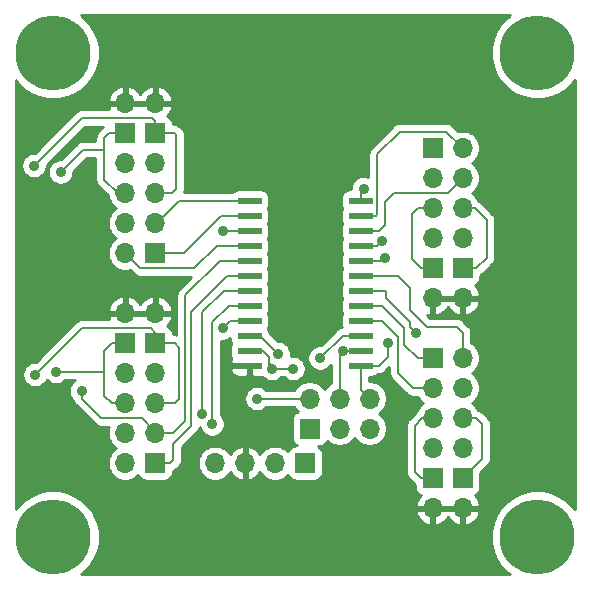
<source format=gbr>
%TF.GenerationSoftware,KiCad,Pcbnew,(5.1.10)-1*%
%TF.CreationDate,2022-04-03T10:24:31-04:00*%
%TF.ProjectId,I2C-RPT-08,4932432d-5250-4542-9d30-382e6b696361,2*%
%TF.SameCoordinates,Original*%
%TF.FileFunction,Copper,L1,Top*%
%TF.FilePolarity,Positive*%
%FSLAX46Y46*%
G04 Gerber Fmt 4.6, Leading zero omitted, Abs format (unit mm)*
G04 Created by KiCad (PCBNEW (5.1.10)-1) date 2022-04-03 10:24:31*
%MOMM*%
%LPD*%
G01*
G04 APERTURE LIST*
%TA.AperFunction,ComponentPad*%
%ADD10C,6.350000*%
%TD*%
%TA.AperFunction,ComponentPad*%
%ADD11R,1.700000X1.700000*%
%TD*%
%TA.AperFunction,ComponentPad*%
%ADD12O,1.700000X1.700000*%
%TD*%
%TA.AperFunction,SMDPad,CuDef*%
%ADD13R,2.000000X0.600000*%
%TD*%
%TA.AperFunction,ViaPad*%
%ADD14C,0.889000*%
%TD*%
%TA.AperFunction,Conductor*%
%ADD15C,0.203200*%
%TD*%
%TA.AperFunction,Conductor*%
%ADD16C,0.254000*%
%TD*%
%TA.AperFunction,Conductor*%
%ADD17C,0.150000*%
%TD*%
G04 APERTURE END LIST*
D10*
%TO.P,MTG1,1*%
%TO.N,N/C*%
X159000000Y-84000000D03*
%TD*%
%TO.P,MTG3,1*%
%TO.N,N/C*%
X200000000Y-84000000D03*
%TD*%
%TO.P,MTG2,1*%
%TO.N,N/C*%
X159000000Y-125000000D03*
%TD*%
%TO.P,MTG4,1*%
%TO.N,N/C*%
X200000000Y-125000000D03*
%TD*%
D11*
%TO.P,J1,1*%
%TO.N,/SCL*%
X180340000Y-118745000D03*
D12*
%TO.P,J1,2*%
%TO.N,/SDA*%
X177800000Y-118745000D03*
%TO.P,J1,3*%
%TO.N,VCC*%
X175260000Y-118745000D03*
%TO.P,J1,4*%
%TO.N,GND*%
X172720000Y-118745000D03*
%TD*%
D11*
%TO.P,J2,1*%
%TO.N,/SCL0*%
X191135000Y-109855000D03*
D12*
%TO.P,J2,2*%
%TO.N,/SCL1*%
X193675000Y-109855000D03*
%TO.P,J2,3*%
%TO.N,/SDA0*%
X191135000Y-112395000D03*
%TO.P,J2,4*%
%TO.N,/SDA1*%
X193675000Y-112395000D03*
%TO.P,J2,5*%
%TO.N,/VC0*%
X191135000Y-114935000D03*
%TO.P,J2,6*%
%TO.N,/VC1*%
X193675000Y-114935000D03*
%TO.P,J2,7*%
%TO.N,GND*%
X191135000Y-117475000D03*
%TO.P,J2,8*%
X193675000Y-117475000D03*
%TD*%
D11*
%TO.P,J3,1*%
%TO.N,/SCL2*%
X191135000Y-92075000D03*
D12*
%TO.P,J3,2*%
%TO.N,/SCL3*%
X193675000Y-92075000D03*
%TO.P,J3,3*%
%TO.N,/SDA2*%
X191135000Y-94615000D03*
%TO.P,J3,4*%
%TO.N,/SDA3*%
X193675000Y-94615000D03*
%TO.P,J3,5*%
%TO.N,/VC2*%
X191135000Y-97155000D03*
%TO.P,J3,6*%
%TO.N,/VC3*%
X193675000Y-97155000D03*
%TO.P,J3,7*%
%TO.N,GND*%
X191135000Y-99695000D03*
%TO.P,J3,8*%
X193675000Y-99695000D03*
%TD*%
D11*
%TO.P,J4,1*%
%TO.N,/SCL4*%
X167640000Y-100965000D03*
D12*
%TO.P,J4,2*%
%TO.N,/SCL5*%
X165100000Y-100965000D03*
%TO.P,J4,3*%
%TO.N,/SDA4*%
X167640000Y-98425000D03*
%TO.P,J4,4*%
%TO.N,/SDA5*%
X165100000Y-98425000D03*
%TO.P,J4,5*%
%TO.N,/VC4*%
X167640000Y-95885000D03*
%TO.P,J4,6*%
%TO.N,/VC5*%
X165100000Y-95885000D03*
%TO.P,J4,7*%
%TO.N,GND*%
X167640000Y-93345000D03*
%TO.P,J4,8*%
X165100000Y-93345000D03*
%TD*%
D11*
%TO.P,J5,1*%
%TO.N,/SCL6*%
X167640000Y-118745000D03*
D12*
%TO.P,J5,2*%
%TO.N,/SCL7*%
X165100000Y-118745000D03*
%TO.P,J5,3*%
%TO.N,/SDA6*%
X167640000Y-116205000D03*
%TO.P,J5,4*%
%TO.N,/SDA7*%
X165100000Y-116205000D03*
%TO.P,J5,5*%
%TO.N,/VC6*%
X167640000Y-113665000D03*
%TO.P,J5,6*%
%TO.N,/VC7*%
X165100000Y-113665000D03*
%TO.P,J5,7*%
%TO.N,GND*%
X167640000Y-111125000D03*
%TO.P,J5,8*%
X165100000Y-111125000D03*
%TD*%
D11*
%TO.P,H1,1*%
%TO.N,/VC0*%
X191135000Y-120015000D03*
D12*
%TO.P,H1,2*%
%TO.N,VCC*%
X191135000Y-122555000D03*
%TD*%
D11*
%TO.P,H2,1*%
%TO.N,/VC1*%
X193675000Y-120015000D03*
D12*
%TO.P,H2,2*%
%TO.N,VCC*%
X193675000Y-122555000D03*
%TD*%
D11*
%TO.P,H3,1*%
%TO.N,/VC2*%
X191135000Y-102235000D03*
D12*
%TO.P,H3,2*%
%TO.N,VCC*%
X191135000Y-104775000D03*
%TD*%
D11*
%TO.P,H4,1*%
%TO.N,/VC3*%
X193675000Y-102235000D03*
D12*
%TO.P,H4,2*%
%TO.N,VCC*%
X193675000Y-104775000D03*
%TD*%
D11*
%TO.P,H5,1*%
%TO.N,/VC4*%
X167640000Y-90805000D03*
D12*
%TO.P,H5,2*%
%TO.N,VCC*%
X167640000Y-88265000D03*
%TD*%
D11*
%TO.P,H6,1*%
%TO.N,/VC5*%
X165100000Y-90805000D03*
D12*
%TO.P,H6,2*%
%TO.N,VCC*%
X165100000Y-88265000D03*
%TD*%
D11*
%TO.P,H7,1*%
%TO.N,/VC6*%
X167640000Y-108585000D03*
D12*
%TO.P,H7,2*%
%TO.N,VCC*%
X167640000Y-106045000D03*
%TD*%
D11*
%TO.P,H8,1*%
%TO.N,/VC7*%
X165100000Y-108585000D03*
D12*
%TO.P,H8,2*%
%TO.N,VCC*%
X165100000Y-106045000D03*
%TD*%
D13*
%TO.P,U1,1*%
%TO.N,/A0*%
X185040000Y-110490000D03*
%TO.P,U1,2*%
%TO.N,/A1*%
X185040000Y-109220000D03*
%TO.P,U1,3*%
%TO.N,Net-(R1-Pad2)*%
X185040000Y-107950000D03*
%TO.P,U1,4*%
%TO.N,/SDA0*%
X185040000Y-106680000D03*
%TO.P,U1,5*%
%TO.N,/SCL0*%
X185040000Y-105410000D03*
%TO.P,U1,6*%
%TO.N,/SDA1*%
X185040000Y-104140000D03*
%TO.P,U1,7*%
%TO.N,/SCL1*%
X185040000Y-102870000D03*
%TO.P,U1,8*%
%TO.N,/SDA2*%
X185040000Y-101600000D03*
%TO.P,U1,9*%
%TO.N,/SCL2*%
X185040000Y-100330000D03*
%TO.P,U1,10*%
%TO.N,/SDA3*%
X185040000Y-99060000D03*
%TO.P,U1,11*%
%TO.N,/SCL3*%
X185040000Y-97790000D03*
%TO.P,U1,12*%
%TO.N,GND*%
X185040000Y-96520000D03*
%TO.P,U1,13*%
%TO.N,/SDA4*%
X175640000Y-96520000D03*
%TO.P,U1,14*%
%TO.N,/SCL4*%
X175640000Y-97790000D03*
%TO.P,U1,15*%
%TO.N,/SDA5*%
X175640000Y-99060000D03*
%TO.P,U1,16*%
%TO.N,/SCL5*%
X175640000Y-100330000D03*
%TO.P,U1,17*%
%TO.N,/SDA6*%
X175640000Y-101600000D03*
%TO.P,U1,18*%
%TO.N,/SCL6*%
X175640000Y-102870000D03*
%TO.P,U1,19*%
%TO.N,/SDA7*%
X175640000Y-104140000D03*
%TO.P,U1,20*%
%TO.N,/SCL7*%
X175640000Y-105410000D03*
%TO.P,U1,21*%
%TO.N,/A2*%
X175640000Y-106680000D03*
%TO.P,U1,22*%
%TO.N,/SCL*%
X175640000Y-107950000D03*
%TO.P,U1,23*%
%TO.N,/SDA*%
X175640000Y-109220000D03*
%TO.P,U1,24*%
%TO.N,VCC*%
X175640000Y-110490000D03*
%TD*%
D11*
%TO.P,H9,1*%
%TO.N,GND*%
X180721000Y-115824000D03*
D12*
%TO.P,H9,2*%
%TO.N,/A2*%
X180721000Y-113284000D03*
%TO.P,H9,3*%
%TO.N,GND*%
X183261000Y-115824000D03*
%TO.P,H9,4*%
%TO.N,/A1*%
X183261000Y-113284000D03*
%TO.P,H9,5*%
%TO.N,GND*%
X185801000Y-115824000D03*
%TO.P,H9,6*%
%TO.N,/A0*%
X185801000Y-113284000D03*
%TD*%
D14*
%TO.N,GND*%
X185293000Y-95504000D03*
%TO.N,/SDA1*%
X189738000Y-107696000D03*
%TO.N,/SDA2*%
X187071000Y-101346000D03*
%TO.N,/SCL2*%
X186817000Y-99949000D03*
%TO.N,VCC*%
X179705000Y-102235000D03*
X176149000Y-92583000D03*
%TO.N,/SCL*%
X178054000Y-109474000D03*
%TO.N,/SDA*%
X179324000Y-110744000D03*
X177546000Y-110744000D03*
%TO.N,/SDA5*%
X173355000Y-99060000D03*
%TO.N,/SCL7*%
X172466000Y-115443000D03*
%TO.N,/SDA6*%
X161417000Y-112649000D03*
%TO.N,/SDA7*%
X171577000Y-114554000D03*
%TO.N,/VC4*%
X157400000Y-93552000D03*
%TO.N,/VC5*%
X159639000Y-94107000D03*
%TO.N,/VC6*%
X157480000Y-111252000D03*
%TO.N,/VC7*%
X159258000Y-110998000D03*
%TO.N,Net-(R1-Pad2)*%
X181610000Y-109855000D03*
%TO.N,/A2*%
X173355000Y-107315000D03*
X176276000Y-113284000D03*
%TO.N,/A1*%
X183515000Y-109220000D03*
%TO.N,/A0*%
X187325000Y-108585000D03*
%TD*%
D15*
%TO.N,GND*%
X185040000Y-95757000D02*
X185293000Y-95504000D01*
X185040000Y-96520000D02*
X185040000Y-95757000D01*
%TO.N,/SDA0*%
X186817000Y-106680000D02*
X188214000Y-108077000D01*
X188214000Y-108077000D02*
X188214000Y-111125000D01*
X188214000Y-111125000D02*
X189484000Y-112395000D01*
X189484000Y-112395000D02*
X191135000Y-112395000D01*
X185040000Y-106680000D02*
X186817000Y-106680000D01*
%TO.N,/SCL0*%
X186817000Y-105410000D02*
X188722000Y-107315000D01*
X185040000Y-105410000D02*
X186817000Y-105410000D01*
X189865000Y-109855000D02*
X188722000Y-108712000D01*
X188722000Y-108712000D02*
X188722000Y-107315000D01*
X191135000Y-109855000D02*
X189865000Y-109855000D01*
%TO.N,/SDA1*%
X185040000Y-104140000D02*
X187198000Y-104140000D01*
X187198000Y-104775000D02*
X187198000Y-104140000D01*
X189230000Y-106807000D02*
X187198000Y-104775000D01*
X189230000Y-107188000D02*
X189230000Y-106807000D01*
X189738000Y-107696000D02*
X189230000Y-107188000D01*
%TO.N,/SCL1*%
X188214000Y-102870000D02*
X189230000Y-103886000D01*
X189230000Y-103886000D02*
X189230000Y-105791000D01*
X189230000Y-105791000D02*
X190627000Y-107188000D01*
X190627000Y-107188000D02*
X193167000Y-107188000D01*
X193167000Y-107188000D02*
X193675000Y-107696000D01*
X185040000Y-102870000D02*
X188214000Y-102870000D01*
X193675000Y-109855000D02*
X193675000Y-107696000D01*
%TO.N,/SDA2*%
X186944000Y-101600000D02*
X187071000Y-101473000D01*
X187071000Y-101473000D02*
X187071000Y-101346000D01*
X185040000Y-101600000D02*
X186944000Y-101600000D01*
%TO.N,/SCL2*%
X186436000Y-100330000D02*
X186817000Y-99949000D01*
X185040000Y-100330000D02*
X186436000Y-100330000D01*
%TO.N,/SDA3*%
X186563000Y-99060000D02*
X187071000Y-98552000D01*
X185040000Y-99060000D02*
X186563000Y-99060000D01*
X192405000Y-95885000D02*
X193675000Y-94615000D01*
X187833000Y-95885000D02*
X187071000Y-96647000D01*
X187071000Y-96647000D02*
X187071000Y-98552000D01*
X192405000Y-95885000D02*
X187833000Y-95885000D01*
%TO.N,/SCL3*%
X186309000Y-97790000D02*
X186436000Y-97663000D01*
X186436000Y-97663000D02*
X186436000Y-92583000D01*
X186436000Y-92583000D02*
X188341000Y-90678000D01*
X188341000Y-90678000D02*
X192278000Y-90678000D01*
X192278000Y-90678000D02*
X193675000Y-92075000D01*
X185040000Y-97790000D02*
X186309000Y-97790000D01*
%TO.N,/SCL*%
X176530000Y-107950000D02*
X178054000Y-109474000D01*
X175640000Y-107950000D02*
X176530000Y-107950000D01*
%TO.N,/SDA*%
X177292000Y-110236000D02*
X177800000Y-110744000D01*
X177800000Y-110744000D02*
X179324000Y-110744000D01*
X177292000Y-109728000D02*
X177292000Y-110236000D01*
X176784000Y-109220000D02*
X177292000Y-109728000D01*
X175640000Y-109220000D02*
X176784000Y-109220000D01*
X177546000Y-110744000D02*
X177292000Y-110490000D01*
X177292000Y-110490000D02*
X177292000Y-109728000D01*
%TO.N,/SCL4*%
X173228000Y-97790000D02*
X170053000Y-100965000D01*
X170053000Y-100965000D02*
X167640000Y-100965000D01*
X175640000Y-97790000D02*
X173228000Y-97790000D01*
%TO.N,/SCL5*%
X165354000Y-101219000D02*
X165100000Y-100965000D01*
X172847000Y-100330000D02*
X170942000Y-102235000D01*
X170942000Y-102235000D02*
X166370000Y-102235000D01*
X166370000Y-102235000D02*
X165100000Y-100965000D01*
X175640000Y-100330000D02*
X172847000Y-100330000D01*
%TO.N,/SDA4*%
X169672000Y-96520000D02*
X175640000Y-96520000D01*
X167767000Y-98425000D02*
X169672000Y-96520000D01*
X167640000Y-98425000D02*
X167767000Y-98425000D01*
%TO.N,/SDA5*%
X175640000Y-99060000D02*
X173355000Y-99060000D01*
%TO.N,/SCL6*%
X167640000Y-118745000D02*
X168910000Y-118745000D01*
X169164000Y-117094000D02*
X170688000Y-115570000D01*
X169164000Y-118491000D02*
X169164000Y-117094000D01*
X168910000Y-118745000D02*
X169164000Y-118491000D01*
X173736000Y-102870000D02*
X170688000Y-105918000D01*
X175640000Y-102870000D02*
X173736000Y-102870000D01*
X170688000Y-105918000D02*
X170688000Y-115570000D01*
%TO.N,/SCL7*%
X173863000Y-105410000D02*
X172466000Y-106807000D01*
X175640000Y-105410000D02*
X173863000Y-105410000D01*
X172466000Y-106807000D02*
X172466000Y-115443000D01*
%TO.N,/SDA6*%
X173101000Y-101600000D02*
X170180000Y-104521000D01*
X170180000Y-104521000D02*
X170180000Y-115189000D01*
X170180000Y-115189000D02*
X169164000Y-116205000D01*
X169164000Y-116205000D02*
X167640000Y-116205000D01*
X175640000Y-101600000D02*
X173101000Y-101600000D01*
X166497000Y-114935000D02*
X163068000Y-114935000D01*
X163068000Y-114935000D02*
X161417000Y-113284000D01*
X161417000Y-113284000D02*
X161417000Y-112649000D01*
X167640000Y-116078000D02*
X166497000Y-114935000D01*
X167640000Y-116205000D02*
X167640000Y-116078000D01*
%TO.N,/SDA7*%
X173431202Y-104140000D02*
X171577000Y-105994202D01*
X171577000Y-105994202D02*
X171577000Y-114554000D01*
X175640000Y-104140000D02*
X173431202Y-104140000D01*
%TO.N,/VC0*%
X190246000Y-114935000D02*
X189611000Y-115570000D01*
X189611000Y-115570000D02*
X189611000Y-119507000D01*
X189611000Y-119507000D02*
X190119000Y-120015000D01*
X190119000Y-120015000D02*
X191135000Y-120015000D01*
X191135000Y-114935000D02*
X190246000Y-114935000D01*
%TO.N,/VC1*%
X194818000Y-114935000D02*
X195326000Y-115443000D01*
X195326000Y-115443000D02*
X195326000Y-118364000D01*
X195326000Y-118364000D02*
X193675000Y-120015000D01*
X193675000Y-114935000D02*
X194818000Y-114935000D01*
%TO.N,/VC2*%
X189865000Y-97155000D02*
X189357000Y-97663000D01*
X189357000Y-97663000D02*
X189357000Y-101473000D01*
X189357000Y-101473000D02*
X190119000Y-102235000D01*
X190119000Y-102235000D02*
X191135000Y-102235000D01*
X191135000Y-97155000D02*
X189865000Y-97155000D01*
%TO.N,/VC3*%
X194691000Y-97155000D02*
X195707000Y-98171000D01*
X195707000Y-98171000D02*
X195707000Y-101346000D01*
X195707000Y-101346000D02*
X194818000Y-102235000D01*
X194818000Y-102235000D02*
X193675000Y-102235000D01*
X193675000Y-97155000D02*
X194691000Y-97155000D01*
%TO.N,/VC4*%
X167640000Y-89789000D02*
X167640000Y-90805000D01*
X167386000Y-89535000D02*
X167640000Y-89789000D01*
X161417000Y-89535000D02*
X167386000Y-89535000D01*
X157400000Y-93552000D02*
X161417000Y-89535000D01*
X169037000Y-95885000D02*
X169418000Y-95504000D01*
X169418000Y-95504000D02*
X169418000Y-90932000D01*
X169418000Y-90932000D02*
X169291000Y-90805000D01*
X169291000Y-90805000D02*
X167640000Y-90805000D01*
X167640000Y-95885000D02*
X169037000Y-95885000D01*
%TO.N,/VC5*%
X161544000Y-92202000D02*
X163322000Y-92202000D01*
X159639000Y-94107000D02*
X161544000Y-92202000D01*
X165100000Y-95885000D02*
X165735000Y-95885000D01*
X163322000Y-91186000D02*
X163703000Y-90805000D01*
X163703000Y-90805000D02*
X165100000Y-90805000D01*
X163322000Y-92202000D02*
X163322000Y-91186000D01*
X163322000Y-94742000D02*
X163322000Y-92202000D01*
X164465000Y-95885000D02*
X163322000Y-94742000D01*
X165100000Y-95885000D02*
X164465000Y-95885000D01*
%TO.N,/VC6*%
X167640000Y-107696000D02*
X167640000Y-108585000D01*
X167259000Y-107315000D02*
X167640000Y-107696000D01*
X161417000Y-107315000D02*
X167259000Y-107315000D01*
X157480000Y-111252000D02*
X161417000Y-107315000D01*
X169291000Y-108585000D02*
X167640000Y-108585000D01*
X167640000Y-113665000D02*
X169291000Y-113665000D01*
X169291000Y-113665000D02*
X169672000Y-113284000D01*
X169672000Y-113284000D02*
X169672000Y-108966000D01*
X169672000Y-108966000D02*
X169291000Y-108585000D01*
%TO.N,/VC7*%
X163957000Y-113665000D02*
X163322000Y-113030000D01*
X163957000Y-113665000D02*
X165100000Y-113665000D01*
X163322000Y-113030000D02*
X163957000Y-113665000D01*
X163322000Y-110998000D02*
X163322000Y-113030000D01*
X163322000Y-109220000D02*
X163322000Y-110998000D01*
X163957000Y-108585000D02*
X163322000Y-109220000D01*
X165100000Y-108585000D02*
X163957000Y-108585000D01*
X159258000Y-110998000D02*
X163322000Y-110998000D01*
%TO.N,Net-(R1-Pad2)*%
X181610000Y-109855000D02*
X183515000Y-107950000D01*
X183515000Y-107950000D02*
X185040000Y-107950000D01*
%TO.N,/A2*%
X173990000Y-106680000D02*
X173355000Y-107315000D01*
X175640000Y-106680000D02*
X173990000Y-106680000D01*
X180721000Y-113284000D02*
X176276000Y-113284000D01*
%TO.N,/A1*%
X185040000Y-109220000D02*
X183515000Y-109220000D01*
X183261000Y-109474000D02*
X183515000Y-109220000D01*
X183261000Y-113284000D02*
X183261000Y-109474000D01*
%TO.N,/A0*%
X186563000Y-110490000D02*
X187325000Y-109728000D01*
X187325000Y-109728000D02*
X187325000Y-108585000D01*
X185040000Y-110490000D02*
X186563000Y-110490000D01*
X185040000Y-112523000D02*
X185801000Y-113284000D01*
X185040000Y-110490000D02*
X185040000Y-112523000D01*
%TD*%
D16*
%TO.N,VCC*%
X197490309Y-80941933D02*
X196941933Y-81490309D01*
X196511076Y-82135131D01*
X196214297Y-82851620D01*
X196063000Y-83612239D01*
X196063000Y-84387761D01*
X196214297Y-85148380D01*
X196511076Y-85864869D01*
X196941933Y-86509691D01*
X197490309Y-87058067D01*
X198135131Y-87488924D01*
X198851620Y-87785703D01*
X199612239Y-87937000D01*
X200387761Y-87937000D01*
X201148380Y-87785703D01*
X201864869Y-87488924D01*
X202509691Y-87058067D01*
X203058067Y-86509691D01*
X203174501Y-86335436D01*
X203174500Y-122664563D01*
X203058067Y-122490309D01*
X202509691Y-121941933D01*
X201864869Y-121511076D01*
X201148380Y-121214297D01*
X200387761Y-121063000D01*
X199612239Y-121063000D01*
X198851620Y-121214297D01*
X198135131Y-121511076D01*
X197490309Y-121941933D01*
X196941933Y-122490309D01*
X196511076Y-123135131D01*
X196214297Y-123851620D01*
X196063000Y-124612239D01*
X196063000Y-125387761D01*
X196214297Y-126148380D01*
X196511076Y-126864869D01*
X196941933Y-127509691D01*
X197490309Y-128058067D01*
X197664563Y-128174500D01*
X161335437Y-128174500D01*
X161509691Y-128058067D01*
X162058067Y-127509691D01*
X162488924Y-126864869D01*
X162785703Y-126148380D01*
X162937000Y-125387761D01*
X162937000Y-124612239D01*
X162785703Y-123851620D01*
X162488924Y-123135131D01*
X162339759Y-122911890D01*
X189693524Y-122911890D01*
X189738175Y-123059099D01*
X189863359Y-123321920D01*
X190037412Y-123555269D01*
X190253645Y-123750178D01*
X190503748Y-123899157D01*
X190778109Y-123996481D01*
X191008000Y-123875814D01*
X191008000Y-122682000D01*
X191262000Y-122682000D01*
X191262000Y-123875814D01*
X191491891Y-123996481D01*
X191766252Y-123899157D01*
X192016355Y-123750178D01*
X192232588Y-123555269D01*
X192405000Y-123324120D01*
X192577412Y-123555269D01*
X192793645Y-123750178D01*
X193043748Y-123899157D01*
X193318109Y-123996481D01*
X193548000Y-123875814D01*
X193548000Y-122682000D01*
X193802000Y-122682000D01*
X193802000Y-123875814D01*
X194031891Y-123996481D01*
X194306252Y-123899157D01*
X194556355Y-123750178D01*
X194772588Y-123555269D01*
X194946641Y-123321920D01*
X195071825Y-123059099D01*
X195116476Y-122911890D01*
X194995155Y-122682000D01*
X193802000Y-122682000D01*
X193548000Y-122682000D01*
X191262000Y-122682000D01*
X191008000Y-122682000D01*
X189814845Y-122682000D01*
X189693524Y-122911890D01*
X162339759Y-122911890D01*
X162058067Y-122490309D01*
X161509691Y-121941933D01*
X160864869Y-121511076D01*
X160148380Y-121214297D01*
X159387761Y-121063000D01*
X158612239Y-121063000D01*
X157851620Y-121214297D01*
X157135131Y-121511076D01*
X156490309Y-121941933D01*
X155941933Y-122490309D01*
X155825500Y-122664563D01*
X155825500Y-105688110D01*
X163658524Y-105688110D01*
X163779845Y-105918000D01*
X164973000Y-105918000D01*
X164973000Y-104724186D01*
X165227000Y-104724186D01*
X165227000Y-105918000D01*
X167513000Y-105918000D01*
X167513000Y-104724186D01*
X167767000Y-104724186D01*
X167767000Y-105918000D01*
X168960155Y-105918000D01*
X169081476Y-105688110D01*
X169036825Y-105540901D01*
X168911641Y-105278080D01*
X168737588Y-105044731D01*
X168521355Y-104849822D01*
X168271252Y-104700843D01*
X167996891Y-104603519D01*
X167767000Y-104724186D01*
X167513000Y-104724186D01*
X167283109Y-104603519D01*
X167008748Y-104700843D01*
X166758645Y-104849822D01*
X166542412Y-105044731D01*
X166370000Y-105275880D01*
X166197588Y-105044731D01*
X165981355Y-104849822D01*
X165731252Y-104700843D01*
X165456891Y-104603519D01*
X165227000Y-104724186D01*
X164973000Y-104724186D01*
X164743109Y-104603519D01*
X164468748Y-104700843D01*
X164218645Y-104849822D01*
X164002412Y-105044731D01*
X163828359Y-105278080D01*
X163703175Y-105540901D01*
X163658524Y-105688110D01*
X155825500Y-105688110D01*
X155825500Y-93445679D01*
X156320500Y-93445679D01*
X156320500Y-93658321D01*
X156361985Y-93866878D01*
X156443360Y-94063335D01*
X156561498Y-94240141D01*
X156711859Y-94390502D01*
X156888665Y-94508640D01*
X157085122Y-94590015D01*
X157293679Y-94631500D01*
X157506321Y-94631500D01*
X157714878Y-94590015D01*
X157911335Y-94508640D01*
X158088141Y-94390502D01*
X158238502Y-94240141D01*
X158356640Y-94063335D01*
X158438015Y-93866878D01*
X158479500Y-93658321D01*
X158479500Y-93514209D01*
X161722110Y-90271600D01*
X163191840Y-90271600D01*
X163179625Y-90281625D01*
X163156550Y-90309742D01*
X162826733Y-90639558D01*
X162798626Y-90662625D01*
X162775560Y-90690731D01*
X162775558Y-90690733D01*
X162706576Y-90774788D01*
X162638178Y-90902753D01*
X162596059Y-91041602D01*
X162581836Y-91186000D01*
X162585401Y-91222193D01*
X162585401Y-91465400D01*
X161580186Y-91465400D01*
X161544000Y-91461836D01*
X161507814Y-91465400D01*
X161399601Y-91476058D01*
X161260751Y-91518178D01*
X161132787Y-91586576D01*
X161020625Y-91678625D01*
X160997559Y-91706731D01*
X159676791Y-93027500D01*
X159532679Y-93027500D01*
X159324122Y-93068985D01*
X159127665Y-93150360D01*
X158950859Y-93268498D01*
X158800498Y-93418859D01*
X158682360Y-93595665D01*
X158600985Y-93792122D01*
X158559500Y-94000679D01*
X158559500Y-94213321D01*
X158600985Y-94421878D01*
X158682360Y-94618335D01*
X158800498Y-94795141D01*
X158950859Y-94945502D01*
X159127665Y-95063640D01*
X159324122Y-95145015D01*
X159532679Y-95186500D01*
X159745321Y-95186500D01*
X159953878Y-95145015D01*
X160150335Y-95063640D01*
X160327141Y-94945502D01*
X160477502Y-94795141D01*
X160595640Y-94618335D01*
X160677015Y-94421878D01*
X160718500Y-94213321D01*
X160718500Y-94069209D01*
X161849110Y-92938600D01*
X162585401Y-92938600D01*
X162585400Y-94705816D01*
X162581836Y-94742000D01*
X162585400Y-94778183D01*
X162585400Y-94778185D01*
X162596058Y-94886398D01*
X162638178Y-95025248D01*
X162706576Y-95153212D01*
X162798625Y-95265374D01*
X162826732Y-95288441D01*
X163626285Y-96087995D01*
X163672068Y-96318158D01*
X163784010Y-96588411D01*
X163946525Y-96831632D01*
X164153368Y-97038475D01*
X164327760Y-97155000D01*
X164153368Y-97271525D01*
X163946525Y-97478368D01*
X163784010Y-97721589D01*
X163672068Y-97991842D01*
X163615000Y-98278740D01*
X163615000Y-98571260D01*
X163672068Y-98858158D01*
X163784010Y-99128411D01*
X163946525Y-99371632D01*
X164153368Y-99578475D01*
X164327760Y-99695000D01*
X164153368Y-99811525D01*
X163946525Y-100018368D01*
X163784010Y-100261589D01*
X163672068Y-100531842D01*
X163615000Y-100818740D01*
X163615000Y-101111260D01*
X163672068Y-101398158D01*
X163784010Y-101668411D01*
X163946525Y-101911632D01*
X164153368Y-102118475D01*
X164396589Y-102280990D01*
X164666842Y-102392932D01*
X164953740Y-102450000D01*
X165246260Y-102450000D01*
X165494009Y-102400719D01*
X165823559Y-102730269D01*
X165846625Y-102758375D01*
X165958787Y-102850424D01*
X166086751Y-102918822D01*
X166225601Y-102960942D01*
X166333814Y-102971600D01*
X166333823Y-102971600D01*
X166369999Y-102975163D01*
X166406175Y-102971600D01*
X170687691Y-102971600D01*
X169684732Y-103974559D01*
X169656625Y-103997626D01*
X169633559Y-104025732D01*
X169633558Y-104025733D01*
X169614415Y-104049059D01*
X169564576Y-104109788D01*
X169496178Y-104237752D01*
X169454058Y-104376602D01*
X169443462Y-104484188D01*
X169439836Y-104521000D01*
X169443400Y-104557183D01*
X169443400Y-107861485D01*
X169435399Y-107859058D01*
X169327186Y-107848400D01*
X169327183Y-107848400D01*
X169291000Y-107844836D01*
X169254817Y-107848400D01*
X169128072Y-107848400D01*
X169128072Y-107735000D01*
X169115812Y-107610518D01*
X169079502Y-107490820D01*
X169020537Y-107380506D01*
X168941185Y-107283815D01*
X168844494Y-107204463D01*
X168734180Y-107145498D01*
X168653534Y-107121034D01*
X168737588Y-107045269D01*
X168911641Y-106811920D01*
X169036825Y-106549099D01*
X169081476Y-106401890D01*
X168960155Y-106172000D01*
X167767000Y-106172000D01*
X167767000Y-106192000D01*
X167513000Y-106192000D01*
X167513000Y-106172000D01*
X165227000Y-106172000D01*
X165227000Y-106192000D01*
X164973000Y-106192000D01*
X164973000Y-106172000D01*
X163779845Y-106172000D01*
X163658524Y-106401890D01*
X163703175Y-106549099D01*
X163717131Y-106578400D01*
X161453186Y-106578400D01*
X161417000Y-106574836D01*
X161380814Y-106578400D01*
X161272601Y-106589058D01*
X161133751Y-106631178D01*
X161005787Y-106699576D01*
X160893625Y-106791625D01*
X160870559Y-106819731D01*
X157517791Y-110172500D01*
X157373679Y-110172500D01*
X157165122Y-110213985D01*
X156968665Y-110295360D01*
X156791859Y-110413498D01*
X156641498Y-110563859D01*
X156523360Y-110740665D01*
X156441985Y-110937122D01*
X156400500Y-111145679D01*
X156400500Y-111358321D01*
X156441985Y-111566878D01*
X156523360Y-111763335D01*
X156641498Y-111940141D01*
X156791859Y-112090502D01*
X156968665Y-112208640D01*
X157165122Y-112290015D01*
X157373679Y-112331500D01*
X157586321Y-112331500D01*
X157794878Y-112290015D01*
X157991335Y-112208640D01*
X158168141Y-112090502D01*
X158318502Y-111940141D01*
X158436640Y-111763335D01*
X158454229Y-111720872D01*
X158569859Y-111836502D01*
X158746665Y-111954640D01*
X158943122Y-112036015D01*
X159151679Y-112077500D01*
X159364321Y-112077500D01*
X159572878Y-112036015D01*
X159769335Y-111954640D01*
X159946141Y-111836502D01*
X160048043Y-111734600D01*
X160842448Y-111734600D01*
X160728859Y-111810498D01*
X160578498Y-111960859D01*
X160460360Y-112137665D01*
X160378985Y-112334122D01*
X160337500Y-112542679D01*
X160337500Y-112755321D01*
X160378985Y-112963878D01*
X160460360Y-113160335D01*
X160578498Y-113337141D01*
X160700334Y-113458977D01*
X160733178Y-113567248D01*
X160797195Y-113687015D01*
X160801576Y-113695212D01*
X160863088Y-113770164D01*
X160893625Y-113807374D01*
X160921732Y-113830441D01*
X162521557Y-115430267D01*
X162544625Y-115458375D01*
X162656787Y-115550424D01*
X162784751Y-115618822D01*
X162833138Y-115633500D01*
X162923601Y-115660942D01*
X163068000Y-115675164D01*
X163104186Y-115671600D01*
X163713589Y-115671600D01*
X163672068Y-115771842D01*
X163615000Y-116058740D01*
X163615000Y-116351260D01*
X163672068Y-116638158D01*
X163784010Y-116908411D01*
X163946525Y-117151632D01*
X164153368Y-117358475D01*
X164327760Y-117475000D01*
X164153368Y-117591525D01*
X163946525Y-117798368D01*
X163784010Y-118041589D01*
X163672068Y-118311842D01*
X163615000Y-118598740D01*
X163615000Y-118891260D01*
X163672068Y-119178158D01*
X163784010Y-119448411D01*
X163946525Y-119691632D01*
X164153368Y-119898475D01*
X164396589Y-120060990D01*
X164666842Y-120172932D01*
X164953740Y-120230000D01*
X165246260Y-120230000D01*
X165533158Y-120172932D01*
X165803411Y-120060990D01*
X166046632Y-119898475D01*
X166178487Y-119766620D01*
X166200498Y-119839180D01*
X166259463Y-119949494D01*
X166338815Y-120046185D01*
X166435506Y-120125537D01*
X166545820Y-120184502D01*
X166665518Y-120220812D01*
X166790000Y-120233072D01*
X168490000Y-120233072D01*
X168614482Y-120220812D01*
X168734180Y-120184502D01*
X168844494Y-120125537D01*
X168941185Y-120046185D01*
X169020537Y-119949494D01*
X169079502Y-119839180D01*
X169115812Y-119719482D01*
X169128072Y-119595000D01*
X169128072Y-119448593D01*
X169193249Y-119428822D01*
X169321213Y-119360424D01*
X169433375Y-119268375D01*
X169456446Y-119240263D01*
X169659268Y-119037441D01*
X169687374Y-119014375D01*
X169779424Y-118902213D01*
X169847822Y-118774249D01*
X169889942Y-118635399D01*
X169893552Y-118598740D01*
X171235000Y-118598740D01*
X171235000Y-118891260D01*
X171292068Y-119178158D01*
X171404010Y-119448411D01*
X171566525Y-119691632D01*
X171773368Y-119898475D01*
X172016589Y-120060990D01*
X172286842Y-120172932D01*
X172573740Y-120230000D01*
X172866260Y-120230000D01*
X173153158Y-120172932D01*
X173423411Y-120060990D01*
X173666632Y-119898475D01*
X173873475Y-119691632D01*
X173995195Y-119509466D01*
X174064822Y-119626355D01*
X174259731Y-119842588D01*
X174493080Y-120016641D01*
X174755901Y-120141825D01*
X174903110Y-120186476D01*
X175133000Y-120065155D01*
X175133000Y-118872000D01*
X175113000Y-118872000D01*
X175113000Y-118618000D01*
X175133000Y-118618000D01*
X175133000Y-117424845D01*
X174903110Y-117303524D01*
X174755901Y-117348175D01*
X174493080Y-117473359D01*
X174259731Y-117647412D01*
X174064822Y-117863645D01*
X173995195Y-117980534D01*
X173873475Y-117798368D01*
X173666632Y-117591525D01*
X173423411Y-117429010D01*
X173153158Y-117317068D01*
X172866260Y-117260000D01*
X172573740Y-117260000D01*
X172286842Y-117317068D01*
X172016589Y-117429010D01*
X171773368Y-117591525D01*
X171566525Y-117798368D01*
X171404010Y-118041589D01*
X171292068Y-118311842D01*
X171235000Y-118598740D01*
X169893552Y-118598740D01*
X169900600Y-118527186D01*
X169900600Y-118527177D01*
X169904163Y-118491001D01*
X169900600Y-118454825D01*
X169900600Y-117399109D01*
X171183263Y-116116446D01*
X171211375Y-116093375D01*
X171303424Y-115981213D01*
X171371822Y-115853249D01*
X171413942Y-115714399D01*
X171415728Y-115696261D01*
X171427985Y-115757878D01*
X171509360Y-115954335D01*
X171627498Y-116131141D01*
X171777859Y-116281502D01*
X171954665Y-116399640D01*
X172151122Y-116481015D01*
X172359679Y-116522500D01*
X172572321Y-116522500D01*
X172780878Y-116481015D01*
X172977335Y-116399640D01*
X173154141Y-116281502D01*
X173304502Y-116131141D01*
X173422640Y-115954335D01*
X173504015Y-115757878D01*
X173545500Y-115549321D01*
X173545500Y-115336679D01*
X173504015Y-115128122D01*
X173422640Y-114931665D01*
X173304502Y-114754859D01*
X173202600Y-114652957D01*
X173202600Y-113177679D01*
X175196500Y-113177679D01*
X175196500Y-113390321D01*
X175237985Y-113598878D01*
X175319360Y-113795335D01*
X175437498Y-113972141D01*
X175587859Y-114122502D01*
X175764665Y-114240640D01*
X175961122Y-114322015D01*
X176169679Y-114363500D01*
X176382321Y-114363500D01*
X176590878Y-114322015D01*
X176787335Y-114240640D01*
X176964141Y-114122502D01*
X177066043Y-114020600D01*
X179427186Y-114020600D01*
X179567525Y-114230632D01*
X179699380Y-114362487D01*
X179626820Y-114384498D01*
X179516506Y-114443463D01*
X179419815Y-114522815D01*
X179340463Y-114619506D01*
X179281498Y-114729820D01*
X179245188Y-114849518D01*
X179232928Y-114974000D01*
X179232928Y-116674000D01*
X179245188Y-116798482D01*
X179281498Y-116918180D01*
X179340463Y-117028494D01*
X179419815Y-117125185D01*
X179516506Y-117204537D01*
X179614521Y-117256928D01*
X179490000Y-117256928D01*
X179365518Y-117269188D01*
X179245820Y-117305498D01*
X179135506Y-117364463D01*
X179038815Y-117443815D01*
X178959463Y-117540506D01*
X178900498Y-117650820D01*
X178878487Y-117723380D01*
X178746632Y-117591525D01*
X178503411Y-117429010D01*
X178233158Y-117317068D01*
X177946260Y-117260000D01*
X177653740Y-117260000D01*
X177366842Y-117317068D01*
X177096589Y-117429010D01*
X176853368Y-117591525D01*
X176646525Y-117798368D01*
X176524805Y-117980534D01*
X176455178Y-117863645D01*
X176260269Y-117647412D01*
X176026920Y-117473359D01*
X175764099Y-117348175D01*
X175616890Y-117303524D01*
X175387000Y-117424845D01*
X175387000Y-118618000D01*
X175407000Y-118618000D01*
X175407000Y-118872000D01*
X175387000Y-118872000D01*
X175387000Y-120065155D01*
X175616890Y-120186476D01*
X175764099Y-120141825D01*
X176026920Y-120016641D01*
X176260269Y-119842588D01*
X176455178Y-119626355D01*
X176524805Y-119509466D01*
X176646525Y-119691632D01*
X176853368Y-119898475D01*
X177096589Y-120060990D01*
X177366842Y-120172932D01*
X177653740Y-120230000D01*
X177946260Y-120230000D01*
X178233158Y-120172932D01*
X178503411Y-120060990D01*
X178746632Y-119898475D01*
X178878487Y-119766620D01*
X178900498Y-119839180D01*
X178959463Y-119949494D01*
X179038815Y-120046185D01*
X179135506Y-120125537D01*
X179245820Y-120184502D01*
X179365518Y-120220812D01*
X179490000Y-120233072D01*
X181190000Y-120233072D01*
X181314482Y-120220812D01*
X181434180Y-120184502D01*
X181544494Y-120125537D01*
X181641185Y-120046185D01*
X181720537Y-119949494D01*
X181779502Y-119839180D01*
X181815812Y-119719482D01*
X181828072Y-119595000D01*
X181828072Y-117895000D01*
X181815812Y-117770518D01*
X181779502Y-117650820D01*
X181720537Y-117540506D01*
X181641185Y-117443815D01*
X181544494Y-117364463D01*
X181446479Y-117312072D01*
X181571000Y-117312072D01*
X181695482Y-117299812D01*
X181815180Y-117263502D01*
X181925494Y-117204537D01*
X182022185Y-117125185D01*
X182101537Y-117028494D01*
X182160502Y-116918180D01*
X182182513Y-116845620D01*
X182314368Y-116977475D01*
X182557589Y-117139990D01*
X182827842Y-117251932D01*
X183114740Y-117309000D01*
X183407260Y-117309000D01*
X183694158Y-117251932D01*
X183964411Y-117139990D01*
X184207632Y-116977475D01*
X184414475Y-116770632D01*
X184531000Y-116596240D01*
X184647525Y-116770632D01*
X184854368Y-116977475D01*
X185097589Y-117139990D01*
X185367842Y-117251932D01*
X185654740Y-117309000D01*
X185947260Y-117309000D01*
X186234158Y-117251932D01*
X186504411Y-117139990D01*
X186747632Y-116977475D01*
X186954475Y-116770632D01*
X187116990Y-116527411D01*
X187228932Y-116257158D01*
X187286000Y-115970260D01*
X187286000Y-115677740D01*
X187228932Y-115390842D01*
X187116990Y-115120589D01*
X186954475Y-114877368D01*
X186747632Y-114670525D01*
X186573240Y-114554000D01*
X186747632Y-114437475D01*
X186954475Y-114230632D01*
X187116990Y-113987411D01*
X187228932Y-113717158D01*
X187286000Y-113430260D01*
X187286000Y-113137740D01*
X187228932Y-112850842D01*
X187116990Y-112580589D01*
X186954475Y-112337368D01*
X186747632Y-112130525D01*
X186504411Y-111968010D01*
X186234158Y-111856068D01*
X185947260Y-111799000D01*
X185776600Y-111799000D01*
X185776600Y-111428072D01*
X186040000Y-111428072D01*
X186164482Y-111415812D01*
X186284180Y-111379502D01*
X186394494Y-111320537D01*
X186491185Y-111241185D01*
X186503155Y-111226600D01*
X186526817Y-111226600D01*
X186563000Y-111230164D01*
X186599183Y-111226600D01*
X186599186Y-111226600D01*
X186707399Y-111215942D01*
X186846249Y-111173822D01*
X186974213Y-111105424D01*
X187086375Y-111013375D01*
X187109445Y-110985264D01*
X187477401Y-110617309D01*
X187477401Y-111088807D01*
X187473836Y-111125000D01*
X187484195Y-111230164D01*
X187488059Y-111269399D01*
X187495674Y-111294502D01*
X187521459Y-111379502D01*
X187530179Y-111408249D01*
X187539010Y-111424771D01*
X187598576Y-111536212D01*
X187659941Y-111610985D01*
X187690626Y-111648375D01*
X187718732Y-111671441D01*
X188937559Y-112890269D01*
X188960625Y-112918375D01*
X188988731Y-112941441D01*
X188988732Y-112941442D01*
X189022460Y-112969122D01*
X189072787Y-113010424D01*
X189200751Y-113078822D01*
X189339601Y-113120942D01*
X189447814Y-113131600D01*
X189447823Y-113131600D01*
X189483999Y-113135163D01*
X189520175Y-113131600D01*
X189841186Y-113131600D01*
X189981525Y-113341632D01*
X190188368Y-113548475D01*
X190362760Y-113665000D01*
X190188368Y-113781525D01*
X189981525Y-113988368D01*
X189819010Y-114231589D01*
X189755670Y-114384506D01*
X189722625Y-114411625D01*
X189699559Y-114439731D01*
X189115732Y-115023559D01*
X189087625Y-115046626D01*
X189064559Y-115074732D01*
X189064558Y-115074733D01*
X189049623Y-115092932D01*
X188995576Y-115158788D01*
X188927178Y-115286752D01*
X188885058Y-115425602D01*
X188877574Y-115501589D01*
X188870836Y-115570000D01*
X188874400Y-115606183D01*
X188874401Y-119470807D01*
X188870836Y-119507000D01*
X188885059Y-119651398D01*
X188927178Y-119790247D01*
X188995576Y-119918212D01*
X189021249Y-119949494D01*
X189087626Y-120030375D01*
X189115732Y-120053441D01*
X189572554Y-120510263D01*
X189595625Y-120538375D01*
X189646928Y-120580478D01*
X189646928Y-120865000D01*
X189659188Y-120989482D01*
X189695498Y-121109180D01*
X189754463Y-121219494D01*
X189833815Y-121316185D01*
X189930506Y-121395537D01*
X190040820Y-121454502D01*
X190121466Y-121478966D01*
X190037412Y-121554731D01*
X189863359Y-121788080D01*
X189738175Y-122050901D01*
X189693524Y-122198110D01*
X189814845Y-122428000D01*
X191008000Y-122428000D01*
X191008000Y-122408000D01*
X191262000Y-122408000D01*
X191262000Y-122428000D01*
X193548000Y-122428000D01*
X193548000Y-122408000D01*
X193802000Y-122408000D01*
X193802000Y-122428000D01*
X194995155Y-122428000D01*
X195116476Y-122198110D01*
X195071825Y-122050901D01*
X194946641Y-121788080D01*
X194772588Y-121554731D01*
X194688534Y-121478966D01*
X194769180Y-121454502D01*
X194879494Y-121395537D01*
X194976185Y-121316185D01*
X195055537Y-121219494D01*
X195114502Y-121109180D01*
X195150812Y-120989482D01*
X195163072Y-120865000D01*
X195163072Y-119568638D01*
X195821269Y-118910441D01*
X195849375Y-118887375D01*
X195941424Y-118775213D01*
X196009822Y-118647249D01*
X196051942Y-118508399D01*
X196062600Y-118400186D01*
X196066164Y-118364000D01*
X196062600Y-118327814D01*
X196062600Y-115479175D01*
X196066163Y-115442999D01*
X196062600Y-115406823D01*
X196062600Y-115406814D01*
X196051942Y-115298601D01*
X196009822Y-115159751D01*
X195941424Y-115031787D01*
X195849374Y-114919625D01*
X195821268Y-114896559D01*
X195364446Y-114439737D01*
X195341375Y-114411625D01*
X195229213Y-114319576D01*
X195101249Y-114251178D01*
X194979376Y-114214208D01*
X194828475Y-113988368D01*
X194621632Y-113781525D01*
X194447240Y-113665000D01*
X194621632Y-113548475D01*
X194828475Y-113341632D01*
X194990990Y-113098411D01*
X195102932Y-112828158D01*
X195160000Y-112541260D01*
X195160000Y-112248740D01*
X195102932Y-111961842D01*
X194990990Y-111691589D01*
X194828475Y-111448368D01*
X194621632Y-111241525D01*
X194447240Y-111125000D01*
X194621632Y-111008475D01*
X194828475Y-110801632D01*
X194990990Y-110558411D01*
X195102932Y-110288158D01*
X195160000Y-110001260D01*
X195160000Y-109708740D01*
X195102932Y-109421842D01*
X194990990Y-109151589D01*
X194828475Y-108908368D01*
X194621632Y-108701525D01*
X194411600Y-108561186D01*
X194411600Y-107732175D01*
X194415163Y-107695999D01*
X194411600Y-107659823D01*
X194411600Y-107659814D01*
X194400942Y-107551601D01*
X194358822Y-107412751D01*
X194290424Y-107284787D01*
X194198375Y-107172625D01*
X194170263Y-107149554D01*
X193713446Y-106692737D01*
X193690375Y-106664625D01*
X193578213Y-106572576D01*
X193450249Y-106504178D01*
X193311399Y-106462058D01*
X193203186Y-106451400D01*
X193203183Y-106451400D01*
X193167000Y-106447836D01*
X193130817Y-106451400D01*
X190932109Y-106451400D01*
X190652706Y-106171997D01*
X190778109Y-106216481D01*
X191008000Y-106095814D01*
X191008000Y-104902000D01*
X191262000Y-104902000D01*
X191262000Y-106095814D01*
X191491891Y-106216481D01*
X191766252Y-106119157D01*
X192016355Y-105970178D01*
X192232588Y-105775269D01*
X192405000Y-105544120D01*
X192577412Y-105775269D01*
X192793645Y-105970178D01*
X193043748Y-106119157D01*
X193318109Y-106216481D01*
X193548000Y-106095814D01*
X193548000Y-104902000D01*
X193802000Y-104902000D01*
X193802000Y-106095814D01*
X194031891Y-106216481D01*
X194306252Y-106119157D01*
X194556355Y-105970178D01*
X194772588Y-105775269D01*
X194946641Y-105541920D01*
X195071825Y-105279099D01*
X195116476Y-105131890D01*
X194995155Y-104902000D01*
X193802000Y-104902000D01*
X193548000Y-104902000D01*
X191262000Y-104902000D01*
X191008000Y-104902000D01*
X190988000Y-104902000D01*
X190988000Y-104648000D01*
X191008000Y-104648000D01*
X191008000Y-104628000D01*
X191262000Y-104628000D01*
X191262000Y-104648000D01*
X193548000Y-104648000D01*
X193548000Y-104628000D01*
X193802000Y-104628000D01*
X193802000Y-104648000D01*
X194995155Y-104648000D01*
X195116476Y-104418110D01*
X195071825Y-104270901D01*
X194946641Y-104008080D01*
X194772588Y-103774731D01*
X194688534Y-103698966D01*
X194769180Y-103674502D01*
X194879494Y-103615537D01*
X194976185Y-103536185D01*
X195055537Y-103439494D01*
X195114502Y-103329180D01*
X195150812Y-103209482D01*
X195163072Y-103085000D01*
X195163072Y-102885777D01*
X195229213Y-102850424D01*
X195341375Y-102758375D01*
X195364445Y-102730264D01*
X196202269Y-101892441D01*
X196230375Y-101869375D01*
X196259060Y-101834423D01*
X196322424Y-101757213D01*
X196346791Y-101711625D01*
X196390822Y-101629249D01*
X196432942Y-101490399D01*
X196443600Y-101382186D01*
X196447164Y-101346000D01*
X196443600Y-101309814D01*
X196443600Y-98207183D01*
X196447164Y-98171000D01*
X196440502Y-98103360D01*
X196432942Y-98026601D01*
X196390822Y-97887751D01*
X196322424Y-97759787D01*
X196307152Y-97741178D01*
X196253442Y-97675732D01*
X196253437Y-97675727D01*
X196230374Y-97647625D01*
X196202273Y-97624563D01*
X195237445Y-96659736D01*
X195214375Y-96631625D01*
X195102213Y-96539576D01*
X195006172Y-96488241D01*
X194990990Y-96451589D01*
X194828475Y-96208368D01*
X194621632Y-96001525D01*
X194447240Y-95885000D01*
X194621632Y-95768475D01*
X194828475Y-95561632D01*
X194990990Y-95318411D01*
X195102932Y-95048158D01*
X195160000Y-94761260D01*
X195160000Y-94468740D01*
X195102932Y-94181842D01*
X194990990Y-93911589D01*
X194828475Y-93668368D01*
X194621632Y-93461525D01*
X194447240Y-93345000D01*
X194621632Y-93228475D01*
X194828475Y-93021632D01*
X194990990Y-92778411D01*
X195102932Y-92508158D01*
X195160000Y-92221260D01*
X195160000Y-91928740D01*
X195102932Y-91641842D01*
X194990990Y-91371589D01*
X194828475Y-91128368D01*
X194621632Y-90921525D01*
X194378411Y-90759010D01*
X194108158Y-90647068D01*
X193821260Y-90590000D01*
X193528740Y-90590000D01*
X193280990Y-90639281D01*
X192824446Y-90182737D01*
X192801375Y-90154625D01*
X192689213Y-90062576D01*
X192561249Y-89994178D01*
X192422399Y-89952058D01*
X192314186Y-89941400D01*
X192314183Y-89941400D01*
X192278000Y-89937836D01*
X192241817Y-89941400D01*
X188377186Y-89941400D01*
X188341000Y-89937836D01*
X188304814Y-89941400D01*
X188196601Y-89952058D01*
X188057751Y-89994178D01*
X187929787Y-90062576D01*
X187817625Y-90154625D01*
X187794559Y-90182731D01*
X185940732Y-92036559D01*
X185912626Y-92059625D01*
X185889560Y-92087731D01*
X185889558Y-92087733D01*
X185820576Y-92171788D01*
X185752178Y-92299753D01*
X185710059Y-92438602D01*
X185695836Y-92583000D01*
X185699401Y-92619193D01*
X185699401Y-94503895D01*
X185607878Y-94465985D01*
X185399321Y-94424500D01*
X185186679Y-94424500D01*
X184978122Y-94465985D01*
X184781665Y-94547360D01*
X184604859Y-94665498D01*
X184454498Y-94815859D01*
X184336360Y-94992665D01*
X184254985Y-95189122D01*
X184213500Y-95397679D01*
X184213500Y-95581928D01*
X184040000Y-95581928D01*
X183915518Y-95594188D01*
X183795820Y-95630498D01*
X183685506Y-95689463D01*
X183588815Y-95768815D01*
X183509463Y-95865506D01*
X183450498Y-95975820D01*
X183414188Y-96095518D01*
X183401928Y-96220000D01*
X183401928Y-96820000D01*
X183414188Y-96944482D01*
X183450498Y-97064180D01*
X183499043Y-97155000D01*
X183450498Y-97245820D01*
X183414188Y-97365518D01*
X183401928Y-97490000D01*
X183401928Y-98090000D01*
X183414188Y-98214482D01*
X183450498Y-98334180D01*
X183499043Y-98425000D01*
X183450498Y-98515820D01*
X183414188Y-98635518D01*
X183401928Y-98760000D01*
X183401928Y-99360000D01*
X183414188Y-99484482D01*
X183450498Y-99604180D01*
X183499043Y-99695000D01*
X183450498Y-99785820D01*
X183414188Y-99905518D01*
X183401928Y-100030000D01*
X183401928Y-100630000D01*
X183414188Y-100754482D01*
X183450498Y-100874180D01*
X183499043Y-100965000D01*
X183450498Y-101055820D01*
X183414188Y-101175518D01*
X183401928Y-101300000D01*
X183401928Y-101900000D01*
X183414188Y-102024482D01*
X183450498Y-102144180D01*
X183499043Y-102235000D01*
X183450498Y-102325820D01*
X183414188Y-102445518D01*
X183401928Y-102570000D01*
X183401928Y-103170000D01*
X183414188Y-103294482D01*
X183450498Y-103414180D01*
X183499043Y-103505000D01*
X183450498Y-103595820D01*
X183414188Y-103715518D01*
X183401928Y-103840000D01*
X183401928Y-104440000D01*
X183414188Y-104564482D01*
X183450498Y-104684180D01*
X183499043Y-104775000D01*
X183450498Y-104865820D01*
X183414188Y-104985518D01*
X183401928Y-105110000D01*
X183401928Y-105710000D01*
X183414188Y-105834482D01*
X183450498Y-105954180D01*
X183499043Y-106045000D01*
X183450498Y-106135820D01*
X183414188Y-106255518D01*
X183401928Y-106380000D01*
X183401928Y-106980000D01*
X183414188Y-107104482D01*
X183448144Y-107216421D01*
X183370601Y-107224058D01*
X183231751Y-107266178D01*
X183111648Y-107330374D01*
X183103787Y-107334576D01*
X183047071Y-107381122D01*
X182991625Y-107426625D01*
X182968559Y-107454731D01*
X181647791Y-108775500D01*
X181503679Y-108775500D01*
X181295122Y-108816985D01*
X181098665Y-108898360D01*
X180921859Y-109016498D01*
X180771498Y-109166859D01*
X180653360Y-109343665D01*
X180571985Y-109540122D01*
X180530500Y-109748679D01*
X180530500Y-109961321D01*
X180571985Y-110169878D01*
X180653360Y-110366335D01*
X180771498Y-110543141D01*
X180921859Y-110693502D01*
X181098665Y-110811640D01*
X181295122Y-110893015D01*
X181503679Y-110934500D01*
X181716321Y-110934500D01*
X181924878Y-110893015D01*
X182121335Y-110811640D01*
X182298141Y-110693502D01*
X182448502Y-110543141D01*
X182524401Y-110429551D01*
X182524400Y-111990186D01*
X182314368Y-112130525D01*
X182107525Y-112337368D01*
X181991000Y-112511760D01*
X181874475Y-112337368D01*
X181667632Y-112130525D01*
X181424411Y-111968010D01*
X181154158Y-111856068D01*
X180867260Y-111799000D01*
X180574740Y-111799000D01*
X180287842Y-111856068D01*
X180017589Y-111968010D01*
X179774368Y-112130525D01*
X179567525Y-112337368D01*
X179427186Y-112547400D01*
X177066043Y-112547400D01*
X176964141Y-112445498D01*
X176787335Y-112327360D01*
X176590878Y-112245985D01*
X176382321Y-112204500D01*
X176169679Y-112204500D01*
X175961122Y-112245985D01*
X175764665Y-112327360D01*
X175587859Y-112445498D01*
X175437498Y-112595859D01*
X175319360Y-112772665D01*
X175237985Y-112969122D01*
X175196500Y-113177679D01*
X173202600Y-113177679D01*
X173202600Y-110790000D01*
X174001928Y-110790000D01*
X174014188Y-110914482D01*
X174050498Y-111034180D01*
X174109463Y-111144494D01*
X174188815Y-111241185D01*
X174285506Y-111320537D01*
X174395820Y-111379502D01*
X174515518Y-111415812D01*
X174640000Y-111428072D01*
X175354250Y-111425000D01*
X175513000Y-111266250D01*
X175513000Y-110617000D01*
X174163750Y-110617000D01*
X174005000Y-110775750D01*
X174001928Y-110790000D01*
X173202600Y-110790000D01*
X173202600Y-108385334D01*
X173248679Y-108394500D01*
X173461321Y-108394500D01*
X173669878Y-108353015D01*
X173866335Y-108271640D01*
X174001928Y-108181040D01*
X174001928Y-108250000D01*
X174014188Y-108374482D01*
X174050498Y-108494180D01*
X174099043Y-108585000D01*
X174050498Y-108675820D01*
X174014188Y-108795518D01*
X174001928Y-108920000D01*
X174001928Y-109520000D01*
X174014188Y-109644482D01*
X174050498Y-109764180D01*
X174099043Y-109855000D01*
X174050498Y-109945820D01*
X174014188Y-110065518D01*
X174001928Y-110190000D01*
X174005000Y-110204250D01*
X174163750Y-110363000D01*
X175513000Y-110363000D01*
X175513000Y-110343000D01*
X175767000Y-110343000D01*
X175767000Y-110363000D01*
X175787000Y-110363000D01*
X175787000Y-110617000D01*
X175767000Y-110617000D01*
X175767000Y-111266250D01*
X175925750Y-111425000D01*
X176640000Y-111428072D01*
X176700779Y-111422086D01*
X176707498Y-111432141D01*
X176857859Y-111582502D01*
X177034665Y-111700640D01*
X177231122Y-111782015D01*
X177439679Y-111823500D01*
X177652321Y-111823500D01*
X177860878Y-111782015D01*
X178057335Y-111700640D01*
X178234141Y-111582502D01*
X178336043Y-111480600D01*
X178533957Y-111480600D01*
X178635859Y-111582502D01*
X178812665Y-111700640D01*
X179009122Y-111782015D01*
X179217679Y-111823500D01*
X179430321Y-111823500D01*
X179638878Y-111782015D01*
X179835335Y-111700640D01*
X180012141Y-111582502D01*
X180162502Y-111432141D01*
X180280640Y-111255335D01*
X180362015Y-111058878D01*
X180403500Y-110850321D01*
X180403500Y-110637679D01*
X180362015Y-110429122D01*
X180280640Y-110232665D01*
X180162502Y-110055859D01*
X180012141Y-109905498D01*
X179835335Y-109787360D01*
X179638878Y-109705985D01*
X179430321Y-109664500D01*
X179217679Y-109664500D01*
X179112598Y-109685402D01*
X179133500Y-109580321D01*
X179133500Y-109367679D01*
X179092015Y-109159122D01*
X179010640Y-108962665D01*
X178892502Y-108785859D01*
X178742141Y-108635498D01*
X178565335Y-108517360D01*
X178368878Y-108435985D01*
X178160321Y-108394500D01*
X178016209Y-108394500D01*
X177278072Y-107656363D01*
X177278072Y-107650000D01*
X177265812Y-107525518D01*
X177229502Y-107405820D01*
X177180957Y-107315000D01*
X177229502Y-107224180D01*
X177265812Y-107104482D01*
X177278072Y-106980000D01*
X177278072Y-106380000D01*
X177265812Y-106255518D01*
X177229502Y-106135820D01*
X177180957Y-106045000D01*
X177229502Y-105954180D01*
X177265812Y-105834482D01*
X177278072Y-105710000D01*
X177278072Y-105110000D01*
X177265812Y-104985518D01*
X177229502Y-104865820D01*
X177180957Y-104775000D01*
X177229502Y-104684180D01*
X177265812Y-104564482D01*
X177278072Y-104440000D01*
X177278072Y-103840000D01*
X177265812Y-103715518D01*
X177229502Y-103595820D01*
X177180957Y-103505000D01*
X177229502Y-103414180D01*
X177265812Y-103294482D01*
X177278072Y-103170000D01*
X177278072Y-102570000D01*
X177265812Y-102445518D01*
X177229502Y-102325820D01*
X177180957Y-102235000D01*
X177229502Y-102144180D01*
X177265812Y-102024482D01*
X177278072Y-101900000D01*
X177278072Y-101300000D01*
X177265812Y-101175518D01*
X177229502Y-101055820D01*
X177180957Y-100965000D01*
X177229502Y-100874180D01*
X177265812Y-100754482D01*
X177278072Y-100630000D01*
X177278072Y-100030000D01*
X177265812Y-99905518D01*
X177229502Y-99785820D01*
X177180957Y-99695000D01*
X177229502Y-99604180D01*
X177265812Y-99484482D01*
X177278072Y-99360000D01*
X177278072Y-98760000D01*
X177265812Y-98635518D01*
X177229502Y-98515820D01*
X177180957Y-98425000D01*
X177229502Y-98334180D01*
X177265812Y-98214482D01*
X177278072Y-98090000D01*
X177278072Y-97490000D01*
X177265812Y-97365518D01*
X177229502Y-97245820D01*
X177180957Y-97155000D01*
X177229502Y-97064180D01*
X177265812Y-96944482D01*
X177278072Y-96820000D01*
X177278072Y-96220000D01*
X177265812Y-96095518D01*
X177229502Y-95975820D01*
X177170537Y-95865506D01*
X177091185Y-95768815D01*
X176994494Y-95689463D01*
X176884180Y-95630498D01*
X176764482Y-95594188D01*
X176640000Y-95581928D01*
X174640000Y-95581928D01*
X174515518Y-95594188D01*
X174395820Y-95630498D01*
X174285506Y-95689463D01*
X174188815Y-95768815D01*
X174176845Y-95783400D01*
X170102990Y-95783400D01*
X170143942Y-95648399D01*
X170154600Y-95540186D01*
X170154600Y-95540177D01*
X170158163Y-95504001D01*
X170154600Y-95467825D01*
X170154600Y-90968175D01*
X170158163Y-90931999D01*
X170154600Y-90895823D01*
X170154600Y-90895814D01*
X170143942Y-90787601D01*
X170101822Y-90648751D01*
X170033424Y-90520787D01*
X169941375Y-90408625D01*
X169913263Y-90385554D01*
X169837446Y-90309737D01*
X169814375Y-90281625D01*
X169702213Y-90189576D01*
X169574249Y-90121178D01*
X169435399Y-90079058D01*
X169327186Y-90068400D01*
X169327183Y-90068400D01*
X169291000Y-90064836D01*
X169254817Y-90068400D01*
X169128072Y-90068400D01*
X169128072Y-89955000D01*
X169115812Y-89830518D01*
X169079502Y-89710820D01*
X169020537Y-89600506D01*
X168941185Y-89503815D01*
X168844494Y-89424463D01*
X168734180Y-89365498D01*
X168653534Y-89341034D01*
X168737588Y-89265269D01*
X168911641Y-89031920D01*
X169036825Y-88769099D01*
X169081476Y-88621890D01*
X168960155Y-88392000D01*
X167767000Y-88392000D01*
X167767000Y-88412000D01*
X167513000Y-88412000D01*
X167513000Y-88392000D01*
X165227000Y-88392000D01*
X165227000Y-88412000D01*
X164973000Y-88412000D01*
X164973000Y-88392000D01*
X163779845Y-88392000D01*
X163658524Y-88621890D01*
X163703175Y-88769099D01*
X163717131Y-88798400D01*
X161453186Y-88798400D01*
X161417000Y-88794836D01*
X161380814Y-88798400D01*
X161272601Y-88809058D01*
X161133751Y-88851178D01*
X161005787Y-88919576D01*
X160893625Y-89011625D01*
X160870559Y-89039731D01*
X157437791Y-92472500D01*
X157293679Y-92472500D01*
X157085122Y-92513985D01*
X156888665Y-92595360D01*
X156711859Y-92713498D01*
X156561498Y-92863859D01*
X156443360Y-93040665D01*
X156361985Y-93237122D01*
X156320500Y-93445679D01*
X155825500Y-93445679D01*
X155825500Y-86335437D01*
X155941933Y-86509691D01*
X156490309Y-87058067D01*
X157135131Y-87488924D01*
X157851620Y-87785703D01*
X158612239Y-87937000D01*
X159387761Y-87937000D01*
X159533000Y-87908110D01*
X163658524Y-87908110D01*
X163779845Y-88138000D01*
X164973000Y-88138000D01*
X164973000Y-86944186D01*
X165227000Y-86944186D01*
X165227000Y-88138000D01*
X167513000Y-88138000D01*
X167513000Y-86944186D01*
X167767000Y-86944186D01*
X167767000Y-88138000D01*
X168960155Y-88138000D01*
X169081476Y-87908110D01*
X169036825Y-87760901D01*
X168911641Y-87498080D01*
X168737588Y-87264731D01*
X168521355Y-87069822D01*
X168271252Y-86920843D01*
X167996891Y-86823519D01*
X167767000Y-86944186D01*
X167513000Y-86944186D01*
X167283109Y-86823519D01*
X167008748Y-86920843D01*
X166758645Y-87069822D01*
X166542412Y-87264731D01*
X166370000Y-87495880D01*
X166197588Y-87264731D01*
X165981355Y-87069822D01*
X165731252Y-86920843D01*
X165456891Y-86823519D01*
X165227000Y-86944186D01*
X164973000Y-86944186D01*
X164743109Y-86823519D01*
X164468748Y-86920843D01*
X164218645Y-87069822D01*
X164002412Y-87264731D01*
X163828359Y-87498080D01*
X163703175Y-87760901D01*
X163658524Y-87908110D01*
X159533000Y-87908110D01*
X160148380Y-87785703D01*
X160864869Y-87488924D01*
X161509691Y-87058067D01*
X162058067Y-86509691D01*
X162488924Y-85864869D01*
X162785703Y-85148380D01*
X162937000Y-84387761D01*
X162937000Y-83612239D01*
X162785703Y-82851620D01*
X162488924Y-82135131D01*
X162058067Y-81490309D01*
X161509691Y-80941933D01*
X161335437Y-80825500D01*
X197664563Y-80825500D01*
X197490309Y-80941933D01*
%TA.AperFunction,Conductor*%
D17*
G36*
X197490309Y-80941933D02*
G01*
X196941933Y-81490309D01*
X196511076Y-82135131D01*
X196214297Y-82851620D01*
X196063000Y-83612239D01*
X196063000Y-84387761D01*
X196214297Y-85148380D01*
X196511076Y-85864869D01*
X196941933Y-86509691D01*
X197490309Y-87058067D01*
X198135131Y-87488924D01*
X198851620Y-87785703D01*
X199612239Y-87937000D01*
X200387761Y-87937000D01*
X201148380Y-87785703D01*
X201864869Y-87488924D01*
X202509691Y-87058067D01*
X203058067Y-86509691D01*
X203174501Y-86335436D01*
X203174500Y-122664563D01*
X203058067Y-122490309D01*
X202509691Y-121941933D01*
X201864869Y-121511076D01*
X201148380Y-121214297D01*
X200387761Y-121063000D01*
X199612239Y-121063000D01*
X198851620Y-121214297D01*
X198135131Y-121511076D01*
X197490309Y-121941933D01*
X196941933Y-122490309D01*
X196511076Y-123135131D01*
X196214297Y-123851620D01*
X196063000Y-124612239D01*
X196063000Y-125387761D01*
X196214297Y-126148380D01*
X196511076Y-126864869D01*
X196941933Y-127509691D01*
X197490309Y-128058067D01*
X197664563Y-128174500D01*
X161335437Y-128174500D01*
X161509691Y-128058067D01*
X162058067Y-127509691D01*
X162488924Y-126864869D01*
X162785703Y-126148380D01*
X162937000Y-125387761D01*
X162937000Y-124612239D01*
X162785703Y-123851620D01*
X162488924Y-123135131D01*
X162339759Y-122911890D01*
X189693524Y-122911890D01*
X189738175Y-123059099D01*
X189863359Y-123321920D01*
X190037412Y-123555269D01*
X190253645Y-123750178D01*
X190503748Y-123899157D01*
X190778109Y-123996481D01*
X191008000Y-123875814D01*
X191008000Y-122682000D01*
X191262000Y-122682000D01*
X191262000Y-123875814D01*
X191491891Y-123996481D01*
X191766252Y-123899157D01*
X192016355Y-123750178D01*
X192232588Y-123555269D01*
X192405000Y-123324120D01*
X192577412Y-123555269D01*
X192793645Y-123750178D01*
X193043748Y-123899157D01*
X193318109Y-123996481D01*
X193548000Y-123875814D01*
X193548000Y-122682000D01*
X193802000Y-122682000D01*
X193802000Y-123875814D01*
X194031891Y-123996481D01*
X194306252Y-123899157D01*
X194556355Y-123750178D01*
X194772588Y-123555269D01*
X194946641Y-123321920D01*
X195071825Y-123059099D01*
X195116476Y-122911890D01*
X194995155Y-122682000D01*
X193802000Y-122682000D01*
X193548000Y-122682000D01*
X191262000Y-122682000D01*
X191008000Y-122682000D01*
X189814845Y-122682000D01*
X189693524Y-122911890D01*
X162339759Y-122911890D01*
X162058067Y-122490309D01*
X161509691Y-121941933D01*
X160864869Y-121511076D01*
X160148380Y-121214297D01*
X159387761Y-121063000D01*
X158612239Y-121063000D01*
X157851620Y-121214297D01*
X157135131Y-121511076D01*
X156490309Y-121941933D01*
X155941933Y-122490309D01*
X155825500Y-122664563D01*
X155825500Y-105688110D01*
X163658524Y-105688110D01*
X163779845Y-105918000D01*
X164973000Y-105918000D01*
X164973000Y-104724186D01*
X165227000Y-104724186D01*
X165227000Y-105918000D01*
X167513000Y-105918000D01*
X167513000Y-104724186D01*
X167767000Y-104724186D01*
X167767000Y-105918000D01*
X168960155Y-105918000D01*
X169081476Y-105688110D01*
X169036825Y-105540901D01*
X168911641Y-105278080D01*
X168737588Y-105044731D01*
X168521355Y-104849822D01*
X168271252Y-104700843D01*
X167996891Y-104603519D01*
X167767000Y-104724186D01*
X167513000Y-104724186D01*
X167283109Y-104603519D01*
X167008748Y-104700843D01*
X166758645Y-104849822D01*
X166542412Y-105044731D01*
X166370000Y-105275880D01*
X166197588Y-105044731D01*
X165981355Y-104849822D01*
X165731252Y-104700843D01*
X165456891Y-104603519D01*
X165227000Y-104724186D01*
X164973000Y-104724186D01*
X164743109Y-104603519D01*
X164468748Y-104700843D01*
X164218645Y-104849822D01*
X164002412Y-105044731D01*
X163828359Y-105278080D01*
X163703175Y-105540901D01*
X163658524Y-105688110D01*
X155825500Y-105688110D01*
X155825500Y-93445679D01*
X156320500Y-93445679D01*
X156320500Y-93658321D01*
X156361985Y-93866878D01*
X156443360Y-94063335D01*
X156561498Y-94240141D01*
X156711859Y-94390502D01*
X156888665Y-94508640D01*
X157085122Y-94590015D01*
X157293679Y-94631500D01*
X157506321Y-94631500D01*
X157714878Y-94590015D01*
X157911335Y-94508640D01*
X158088141Y-94390502D01*
X158238502Y-94240141D01*
X158356640Y-94063335D01*
X158438015Y-93866878D01*
X158479500Y-93658321D01*
X158479500Y-93514209D01*
X161722110Y-90271600D01*
X163191840Y-90271600D01*
X163179625Y-90281625D01*
X163156550Y-90309742D01*
X162826733Y-90639558D01*
X162798626Y-90662625D01*
X162775560Y-90690731D01*
X162775558Y-90690733D01*
X162706576Y-90774788D01*
X162638178Y-90902753D01*
X162596059Y-91041602D01*
X162581836Y-91186000D01*
X162585401Y-91222193D01*
X162585401Y-91465400D01*
X161580186Y-91465400D01*
X161544000Y-91461836D01*
X161507814Y-91465400D01*
X161399601Y-91476058D01*
X161260751Y-91518178D01*
X161132787Y-91586576D01*
X161020625Y-91678625D01*
X160997559Y-91706731D01*
X159676791Y-93027500D01*
X159532679Y-93027500D01*
X159324122Y-93068985D01*
X159127665Y-93150360D01*
X158950859Y-93268498D01*
X158800498Y-93418859D01*
X158682360Y-93595665D01*
X158600985Y-93792122D01*
X158559500Y-94000679D01*
X158559500Y-94213321D01*
X158600985Y-94421878D01*
X158682360Y-94618335D01*
X158800498Y-94795141D01*
X158950859Y-94945502D01*
X159127665Y-95063640D01*
X159324122Y-95145015D01*
X159532679Y-95186500D01*
X159745321Y-95186500D01*
X159953878Y-95145015D01*
X160150335Y-95063640D01*
X160327141Y-94945502D01*
X160477502Y-94795141D01*
X160595640Y-94618335D01*
X160677015Y-94421878D01*
X160718500Y-94213321D01*
X160718500Y-94069209D01*
X161849110Y-92938600D01*
X162585401Y-92938600D01*
X162585400Y-94705816D01*
X162581836Y-94742000D01*
X162585400Y-94778183D01*
X162585400Y-94778185D01*
X162596058Y-94886398D01*
X162638178Y-95025248D01*
X162706576Y-95153212D01*
X162798625Y-95265374D01*
X162826732Y-95288441D01*
X163626285Y-96087995D01*
X163672068Y-96318158D01*
X163784010Y-96588411D01*
X163946525Y-96831632D01*
X164153368Y-97038475D01*
X164327760Y-97155000D01*
X164153368Y-97271525D01*
X163946525Y-97478368D01*
X163784010Y-97721589D01*
X163672068Y-97991842D01*
X163615000Y-98278740D01*
X163615000Y-98571260D01*
X163672068Y-98858158D01*
X163784010Y-99128411D01*
X163946525Y-99371632D01*
X164153368Y-99578475D01*
X164327760Y-99695000D01*
X164153368Y-99811525D01*
X163946525Y-100018368D01*
X163784010Y-100261589D01*
X163672068Y-100531842D01*
X163615000Y-100818740D01*
X163615000Y-101111260D01*
X163672068Y-101398158D01*
X163784010Y-101668411D01*
X163946525Y-101911632D01*
X164153368Y-102118475D01*
X164396589Y-102280990D01*
X164666842Y-102392932D01*
X164953740Y-102450000D01*
X165246260Y-102450000D01*
X165494009Y-102400719D01*
X165823559Y-102730269D01*
X165846625Y-102758375D01*
X165958787Y-102850424D01*
X166086751Y-102918822D01*
X166225601Y-102960942D01*
X166333814Y-102971600D01*
X166333823Y-102971600D01*
X166369999Y-102975163D01*
X166406175Y-102971600D01*
X170687691Y-102971600D01*
X169684732Y-103974559D01*
X169656625Y-103997626D01*
X169633559Y-104025732D01*
X169633558Y-104025733D01*
X169614415Y-104049059D01*
X169564576Y-104109788D01*
X169496178Y-104237752D01*
X169454058Y-104376602D01*
X169443462Y-104484188D01*
X169439836Y-104521000D01*
X169443400Y-104557183D01*
X169443400Y-107861485D01*
X169435399Y-107859058D01*
X169327186Y-107848400D01*
X169327183Y-107848400D01*
X169291000Y-107844836D01*
X169254817Y-107848400D01*
X169128072Y-107848400D01*
X169128072Y-107735000D01*
X169115812Y-107610518D01*
X169079502Y-107490820D01*
X169020537Y-107380506D01*
X168941185Y-107283815D01*
X168844494Y-107204463D01*
X168734180Y-107145498D01*
X168653534Y-107121034D01*
X168737588Y-107045269D01*
X168911641Y-106811920D01*
X169036825Y-106549099D01*
X169081476Y-106401890D01*
X168960155Y-106172000D01*
X167767000Y-106172000D01*
X167767000Y-106192000D01*
X167513000Y-106192000D01*
X167513000Y-106172000D01*
X165227000Y-106172000D01*
X165227000Y-106192000D01*
X164973000Y-106192000D01*
X164973000Y-106172000D01*
X163779845Y-106172000D01*
X163658524Y-106401890D01*
X163703175Y-106549099D01*
X163717131Y-106578400D01*
X161453186Y-106578400D01*
X161417000Y-106574836D01*
X161380814Y-106578400D01*
X161272601Y-106589058D01*
X161133751Y-106631178D01*
X161005787Y-106699576D01*
X160893625Y-106791625D01*
X160870559Y-106819731D01*
X157517791Y-110172500D01*
X157373679Y-110172500D01*
X157165122Y-110213985D01*
X156968665Y-110295360D01*
X156791859Y-110413498D01*
X156641498Y-110563859D01*
X156523360Y-110740665D01*
X156441985Y-110937122D01*
X156400500Y-111145679D01*
X156400500Y-111358321D01*
X156441985Y-111566878D01*
X156523360Y-111763335D01*
X156641498Y-111940141D01*
X156791859Y-112090502D01*
X156968665Y-112208640D01*
X157165122Y-112290015D01*
X157373679Y-112331500D01*
X157586321Y-112331500D01*
X157794878Y-112290015D01*
X157991335Y-112208640D01*
X158168141Y-112090502D01*
X158318502Y-111940141D01*
X158436640Y-111763335D01*
X158454229Y-111720872D01*
X158569859Y-111836502D01*
X158746665Y-111954640D01*
X158943122Y-112036015D01*
X159151679Y-112077500D01*
X159364321Y-112077500D01*
X159572878Y-112036015D01*
X159769335Y-111954640D01*
X159946141Y-111836502D01*
X160048043Y-111734600D01*
X160842448Y-111734600D01*
X160728859Y-111810498D01*
X160578498Y-111960859D01*
X160460360Y-112137665D01*
X160378985Y-112334122D01*
X160337500Y-112542679D01*
X160337500Y-112755321D01*
X160378985Y-112963878D01*
X160460360Y-113160335D01*
X160578498Y-113337141D01*
X160700334Y-113458977D01*
X160733178Y-113567248D01*
X160797195Y-113687015D01*
X160801576Y-113695212D01*
X160863088Y-113770164D01*
X160893625Y-113807374D01*
X160921732Y-113830441D01*
X162521557Y-115430267D01*
X162544625Y-115458375D01*
X162656787Y-115550424D01*
X162784751Y-115618822D01*
X162833138Y-115633500D01*
X162923601Y-115660942D01*
X163068000Y-115675164D01*
X163104186Y-115671600D01*
X163713589Y-115671600D01*
X163672068Y-115771842D01*
X163615000Y-116058740D01*
X163615000Y-116351260D01*
X163672068Y-116638158D01*
X163784010Y-116908411D01*
X163946525Y-117151632D01*
X164153368Y-117358475D01*
X164327760Y-117475000D01*
X164153368Y-117591525D01*
X163946525Y-117798368D01*
X163784010Y-118041589D01*
X163672068Y-118311842D01*
X163615000Y-118598740D01*
X163615000Y-118891260D01*
X163672068Y-119178158D01*
X163784010Y-119448411D01*
X163946525Y-119691632D01*
X164153368Y-119898475D01*
X164396589Y-120060990D01*
X164666842Y-120172932D01*
X164953740Y-120230000D01*
X165246260Y-120230000D01*
X165533158Y-120172932D01*
X165803411Y-120060990D01*
X166046632Y-119898475D01*
X166178487Y-119766620D01*
X166200498Y-119839180D01*
X166259463Y-119949494D01*
X166338815Y-120046185D01*
X166435506Y-120125537D01*
X166545820Y-120184502D01*
X166665518Y-120220812D01*
X166790000Y-120233072D01*
X168490000Y-120233072D01*
X168614482Y-120220812D01*
X168734180Y-120184502D01*
X168844494Y-120125537D01*
X168941185Y-120046185D01*
X169020537Y-119949494D01*
X169079502Y-119839180D01*
X169115812Y-119719482D01*
X169128072Y-119595000D01*
X169128072Y-119448593D01*
X169193249Y-119428822D01*
X169321213Y-119360424D01*
X169433375Y-119268375D01*
X169456446Y-119240263D01*
X169659268Y-119037441D01*
X169687374Y-119014375D01*
X169779424Y-118902213D01*
X169847822Y-118774249D01*
X169889942Y-118635399D01*
X169893552Y-118598740D01*
X171235000Y-118598740D01*
X171235000Y-118891260D01*
X171292068Y-119178158D01*
X171404010Y-119448411D01*
X171566525Y-119691632D01*
X171773368Y-119898475D01*
X172016589Y-120060990D01*
X172286842Y-120172932D01*
X172573740Y-120230000D01*
X172866260Y-120230000D01*
X173153158Y-120172932D01*
X173423411Y-120060990D01*
X173666632Y-119898475D01*
X173873475Y-119691632D01*
X173995195Y-119509466D01*
X174064822Y-119626355D01*
X174259731Y-119842588D01*
X174493080Y-120016641D01*
X174755901Y-120141825D01*
X174903110Y-120186476D01*
X175133000Y-120065155D01*
X175133000Y-118872000D01*
X175113000Y-118872000D01*
X175113000Y-118618000D01*
X175133000Y-118618000D01*
X175133000Y-117424845D01*
X174903110Y-117303524D01*
X174755901Y-117348175D01*
X174493080Y-117473359D01*
X174259731Y-117647412D01*
X174064822Y-117863645D01*
X173995195Y-117980534D01*
X173873475Y-117798368D01*
X173666632Y-117591525D01*
X173423411Y-117429010D01*
X173153158Y-117317068D01*
X172866260Y-117260000D01*
X172573740Y-117260000D01*
X172286842Y-117317068D01*
X172016589Y-117429010D01*
X171773368Y-117591525D01*
X171566525Y-117798368D01*
X171404010Y-118041589D01*
X171292068Y-118311842D01*
X171235000Y-118598740D01*
X169893552Y-118598740D01*
X169900600Y-118527186D01*
X169900600Y-118527177D01*
X169904163Y-118491001D01*
X169900600Y-118454825D01*
X169900600Y-117399109D01*
X171183263Y-116116446D01*
X171211375Y-116093375D01*
X171303424Y-115981213D01*
X171371822Y-115853249D01*
X171413942Y-115714399D01*
X171415728Y-115696261D01*
X171427985Y-115757878D01*
X171509360Y-115954335D01*
X171627498Y-116131141D01*
X171777859Y-116281502D01*
X171954665Y-116399640D01*
X172151122Y-116481015D01*
X172359679Y-116522500D01*
X172572321Y-116522500D01*
X172780878Y-116481015D01*
X172977335Y-116399640D01*
X173154141Y-116281502D01*
X173304502Y-116131141D01*
X173422640Y-115954335D01*
X173504015Y-115757878D01*
X173545500Y-115549321D01*
X173545500Y-115336679D01*
X173504015Y-115128122D01*
X173422640Y-114931665D01*
X173304502Y-114754859D01*
X173202600Y-114652957D01*
X173202600Y-113177679D01*
X175196500Y-113177679D01*
X175196500Y-113390321D01*
X175237985Y-113598878D01*
X175319360Y-113795335D01*
X175437498Y-113972141D01*
X175587859Y-114122502D01*
X175764665Y-114240640D01*
X175961122Y-114322015D01*
X176169679Y-114363500D01*
X176382321Y-114363500D01*
X176590878Y-114322015D01*
X176787335Y-114240640D01*
X176964141Y-114122502D01*
X177066043Y-114020600D01*
X179427186Y-114020600D01*
X179567525Y-114230632D01*
X179699380Y-114362487D01*
X179626820Y-114384498D01*
X179516506Y-114443463D01*
X179419815Y-114522815D01*
X179340463Y-114619506D01*
X179281498Y-114729820D01*
X179245188Y-114849518D01*
X179232928Y-114974000D01*
X179232928Y-116674000D01*
X179245188Y-116798482D01*
X179281498Y-116918180D01*
X179340463Y-117028494D01*
X179419815Y-117125185D01*
X179516506Y-117204537D01*
X179614521Y-117256928D01*
X179490000Y-117256928D01*
X179365518Y-117269188D01*
X179245820Y-117305498D01*
X179135506Y-117364463D01*
X179038815Y-117443815D01*
X178959463Y-117540506D01*
X178900498Y-117650820D01*
X178878487Y-117723380D01*
X178746632Y-117591525D01*
X178503411Y-117429010D01*
X178233158Y-117317068D01*
X177946260Y-117260000D01*
X177653740Y-117260000D01*
X177366842Y-117317068D01*
X177096589Y-117429010D01*
X176853368Y-117591525D01*
X176646525Y-117798368D01*
X176524805Y-117980534D01*
X176455178Y-117863645D01*
X176260269Y-117647412D01*
X176026920Y-117473359D01*
X175764099Y-117348175D01*
X175616890Y-117303524D01*
X175387000Y-117424845D01*
X175387000Y-118618000D01*
X175407000Y-118618000D01*
X175407000Y-118872000D01*
X175387000Y-118872000D01*
X175387000Y-120065155D01*
X175616890Y-120186476D01*
X175764099Y-120141825D01*
X176026920Y-120016641D01*
X176260269Y-119842588D01*
X176455178Y-119626355D01*
X176524805Y-119509466D01*
X176646525Y-119691632D01*
X176853368Y-119898475D01*
X177096589Y-120060990D01*
X177366842Y-120172932D01*
X177653740Y-120230000D01*
X177946260Y-120230000D01*
X178233158Y-120172932D01*
X178503411Y-120060990D01*
X178746632Y-119898475D01*
X178878487Y-119766620D01*
X178900498Y-119839180D01*
X178959463Y-119949494D01*
X179038815Y-120046185D01*
X179135506Y-120125537D01*
X179245820Y-120184502D01*
X179365518Y-120220812D01*
X179490000Y-120233072D01*
X181190000Y-120233072D01*
X181314482Y-120220812D01*
X181434180Y-120184502D01*
X181544494Y-120125537D01*
X181641185Y-120046185D01*
X181720537Y-119949494D01*
X181779502Y-119839180D01*
X181815812Y-119719482D01*
X181828072Y-119595000D01*
X181828072Y-117895000D01*
X181815812Y-117770518D01*
X181779502Y-117650820D01*
X181720537Y-117540506D01*
X181641185Y-117443815D01*
X181544494Y-117364463D01*
X181446479Y-117312072D01*
X181571000Y-117312072D01*
X181695482Y-117299812D01*
X181815180Y-117263502D01*
X181925494Y-117204537D01*
X182022185Y-117125185D01*
X182101537Y-117028494D01*
X182160502Y-116918180D01*
X182182513Y-116845620D01*
X182314368Y-116977475D01*
X182557589Y-117139990D01*
X182827842Y-117251932D01*
X183114740Y-117309000D01*
X183407260Y-117309000D01*
X183694158Y-117251932D01*
X183964411Y-117139990D01*
X184207632Y-116977475D01*
X184414475Y-116770632D01*
X184531000Y-116596240D01*
X184647525Y-116770632D01*
X184854368Y-116977475D01*
X185097589Y-117139990D01*
X185367842Y-117251932D01*
X185654740Y-117309000D01*
X185947260Y-117309000D01*
X186234158Y-117251932D01*
X186504411Y-117139990D01*
X186747632Y-116977475D01*
X186954475Y-116770632D01*
X187116990Y-116527411D01*
X187228932Y-116257158D01*
X187286000Y-115970260D01*
X187286000Y-115677740D01*
X187228932Y-115390842D01*
X187116990Y-115120589D01*
X186954475Y-114877368D01*
X186747632Y-114670525D01*
X186573240Y-114554000D01*
X186747632Y-114437475D01*
X186954475Y-114230632D01*
X187116990Y-113987411D01*
X187228932Y-113717158D01*
X187286000Y-113430260D01*
X187286000Y-113137740D01*
X187228932Y-112850842D01*
X187116990Y-112580589D01*
X186954475Y-112337368D01*
X186747632Y-112130525D01*
X186504411Y-111968010D01*
X186234158Y-111856068D01*
X185947260Y-111799000D01*
X185776600Y-111799000D01*
X185776600Y-111428072D01*
X186040000Y-111428072D01*
X186164482Y-111415812D01*
X186284180Y-111379502D01*
X186394494Y-111320537D01*
X186491185Y-111241185D01*
X186503155Y-111226600D01*
X186526817Y-111226600D01*
X186563000Y-111230164D01*
X186599183Y-111226600D01*
X186599186Y-111226600D01*
X186707399Y-111215942D01*
X186846249Y-111173822D01*
X186974213Y-111105424D01*
X187086375Y-111013375D01*
X187109445Y-110985264D01*
X187477401Y-110617309D01*
X187477401Y-111088807D01*
X187473836Y-111125000D01*
X187484195Y-111230164D01*
X187488059Y-111269399D01*
X187495674Y-111294502D01*
X187521459Y-111379502D01*
X187530179Y-111408249D01*
X187539010Y-111424771D01*
X187598576Y-111536212D01*
X187659941Y-111610985D01*
X187690626Y-111648375D01*
X187718732Y-111671441D01*
X188937559Y-112890269D01*
X188960625Y-112918375D01*
X188988731Y-112941441D01*
X188988732Y-112941442D01*
X189022460Y-112969122D01*
X189072787Y-113010424D01*
X189200751Y-113078822D01*
X189339601Y-113120942D01*
X189447814Y-113131600D01*
X189447823Y-113131600D01*
X189483999Y-113135163D01*
X189520175Y-113131600D01*
X189841186Y-113131600D01*
X189981525Y-113341632D01*
X190188368Y-113548475D01*
X190362760Y-113665000D01*
X190188368Y-113781525D01*
X189981525Y-113988368D01*
X189819010Y-114231589D01*
X189755670Y-114384506D01*
X189722625Y-114411625D01*
X189699559Y-114439731D01*
X189115732Y-115023559D01*
X189087625Y-115046626D01*
X189064559Y-115074732D01*
X189064558Y-115074733D01*
X189049623Y-115092932D01*
X188995576Y-115158788D01*
X188927178Y-115286752D01*
X188885058Y-115425602D01*
X188877574Y-115501589D01*
X188870836Y-115570000D01*
X188874400Y-115606183D01*
X188874401Y-119470807D01*
X188870836Y-119507000D01*
X188885059Y-119651398D01*
X188927178Y-119790247D01*
X188995576Y-119918212D01*
X189021249Y-119949494D01*
X189087626Y-120030375D01*
X189115732Y-120053441D01*
X189572554Y-120510263D01*
X189595625Y-120538375D01*
X189646928Y-120580478D01*
X189646928Y-120865000D01*
X189659188Y-120989482D01*
X189695498Y-121109180D01*
X189754463Y-121219494D01*
X189833815Y-121316185D01*
X189930506Y-121395537D01*
X190040820Y-121454502D01*
X190121466Y-121478966D01*
X190037412Y-121554731D01*
X189863359Y-121788080D01*
X189738175Y-122050901D01*
X189693524Y-122198110D01*
X189814845Y-122428000D01*
X191008000Y-122428000D01*
X191008000Y-122408000D01*
X191262000Y-122408000D01*
X191262000Y-122428000D01*
X193548000Y-122428000D01*
X193548000Y-122408000D01*
X193802000Y-122408000D01*
X193802000Y-122428000D01*
X194995155Y-122428000D01*
X195116476Y-122198110D01*
X195071825Y-122050901D01*
X194946641Y-121788080D01*
X194772588Y-121554731D01*
X194688534Y-121478966D01*
X194769180Y-121454502D01*
X194879494Y-121395537D01*
X194976185Y-121316185D01*
X195055537Y-121219494D01*
X195114502Y-121109180D01*
X195150812Y-120989482D01*
X195163072Y-120865000D01*
X195163072Y-119568638D01*
X195821269Y-118910441D01*
X195849375Y-118887375D01*
X195941424Y-118775213D01*
X196009822Y-118647249D01*
X196051942Y-118508399D01*
X196062600Y-118400186D01*
X196066164Y-118364000D01*
X196062600Y-118327814D01*
X196062600Y-115479175D01*
X196066163Y-115442999D01*
X196062600Y-115406823D01*
X196062600Y-115406814D01*
X196051942Y-115298601D01*
X196009822Y-115159751D01*
X195941424Y-115031787D01*
X195849374Y-114919625D01*
X195821268Y-114896559D01*
X195364446Y-114439737D01*
X195341375Y-114411625D01*
X195229213Y-114319576D01*
X195101249Y-114251178D01*
X194979376Y-114214208D01*
X194828475Y-113988368D01*
X194621632Y-113781525D01*
X194447240Y-113665000D01*
X194621632Y-113548475D01*
X194828475Y-113341632D01*
X194990990Y-113098411D01*
X195102932Y-112828158D01*
X195160000Y-112541260D01*
X195160000Y-112248740D01*
X195102932Y-111961842D01*
X194990990Y-111691589D01*
X194828475Y-111448368D01*
X194621632Y-111241525D01*
X194447240Y-111125000D01*
X194621632Y-111008475D01*
X194828475Y-110801632D01*
X194990990Y-110558411D01*
X195102932Y-110288158D01*
X195160000Y-110001260D01*
X195160000Y-109708740D01*
X195102932Y-109421842D01*
X194990990Y-109151589D01*
X194828475Y-108908368D01*
X194621632Y-108701525D01*
X194411600Y-108561186D01*
X194411600Y-107732175D01*
X194415163Y-107695999D01*
X194411600Y-107659823D01*
X194411600Y-107659814D01*
X194400942Y-107551601D01*
X194358822Y-107412751D01*
X194290424Y-107284787D01*
X194198375Y-107172625D01*
X194170263Y-107149554D01*
X193713446Y-106692737D01*
X193690375Y-106664625D01*
X193578213Y-106572576D01*
X193450249Y-106504178D01*
X193311399Y-106462058D01*
X193203186Y-106451400D01*
X193203183Y-106451400D01*
X193167000Y-106447836D01*
X193130817Y-106451400D01*
X190932109Y-106451400D01*
X190652706Y-106171997D01*
X190778109Y-106216481D01*
X191008000Y-106095814D01*
X191008000Y-104902000D01*
X191262000Y-104902000D01*
X191262000Y-106095814D01*
X191491891Y-106216481D01*
X191766252Y-106119157D01*
X192016355Y-105970178D01*
X192232588Y-105775269D01*
X192405000Y-105544120D01*
X192577412Y-105775269D01*
X192793645Y-105970178D01*
X193043748Y-106119157D01*
X193318109Y-106216481D01*
X193548000Y-106095814D01*
X193548000Y-104902000D01*
X193802000Y-104902000D01*
X193802000Y-106095814D01*
X194031891Y-106216481D01*
X194306252Y-106119157D01*
X194556355Y-105970178D01*
X194772588Y-105775269D01*
X194946641Y-105541920D01*
X195071825Y-105279099D01*
X195116476Y-105131890D01*
X194995155Y-104902000D01*
X193802000Y-104902000D01*
X193548000Y-104902000D01*
X191262000Y-104902000D01*
X191008000Y-104902000D01*
X190988000Y-104902000D01*
X190988000Y-104648000D01*
X191008000Y-104648000D01*
X191008000Y-104628000D01*
X191262000Y-104628000D01*
X191262000Y-104648000D01*
X193548000Y-104648000D01*
X193548000Y-104628000D01*
X193802000Y-104628000D01*
X193802000Y-104648000D01*
X194995155Y-104648000D01*
X195116476Y-104418110D01*
X195071825Y-104270901D01*
X194946641Y-104008080D01*
X194772588Y-103774731D01*
X194688534Y-103698966D01*
X194769180Y-103674502D01*
X194879494Y-103615537D01*
X194976185Y-103536185D01*
X195055537Y-103439494D01*
X195114502Y-103329180D01*
X195150812Y-103209482D01*
X195163072Y-103085000D01*
X195163072Y-102885777D01*
X195229213Y-102850424D01*
X195341375Y-102758375D01*
X195364445Y-102730264D01*
X196202269Y-101892441D01*
X196230375Y-101869375D01*
X196259060Y-101834423D01*
X196322424Y-101757213D01*
X196346791Y-101711625D01*
X196390822Y-101629249D01*
X196432942Y-101490399D01*
X196443600Y-101382186D01*
X196447164Y-101346000D01*
X196443600Y-101309814D01*
X196443600Y-98207183D01*
X196447164Y-98171000D01*
X196440502Y-98103360D01*
X196432942Y-98026601D01*
X196390822Y-97887751D01*
X196322424Y-97759787D01*
X196307152Y-97741178D01*
X196253442Y-97675732D01*
X196253437Y-97675727D01*
X196230374Y-97647625D01*
X196202273Y-97624563D01*
X195237445Y-96659736D01*
X195214375Y-96631625D01*
X195102213Y-96539576D01*
X195006172Y-96488241D01*
X194990990Y-96451589D01*
X194828475Y-96208368D01*
X194621632Y-96001525D01*
X194447240Y-95885000D01*
X194621632Y-95768475D01*
X194828475Y-95561632D01*
X194990990Y-95318411D01*
X195102932Y-95048158D01*
X195160000Y-94761260D01*
X195160000Y-94468740D01*
X195102932Y-94181842D01*
X194990990Y-93911589D01*
X194828475Y-93668368D01*
X194621632Y-93461525D01*
X194447240Y-93345000D01*
X194621632Y-93228475D01*
X194828475Y-93021632D01*
X194990990Y-92778411D01*
X195102932Y-92508158D01*
X195160000Y-92221260D01*
X195160000Y-91928740D01*
X195102932Y-91641842D01*
X194990990Y-91371589D01*
X194828475Y-91128368D01*
X194621632Y-90921525D01*
X194378411Y-90759010D01*
X194108158Y-90647068D01*
X193821260Y-90590000D01*
X193528740Y-90590000D01*
X193280990Y-90639281D01*
X192824446Y-90182737D01*
X192801375Y-90154625D01*
X192689213Y-90062576D01*
X192561249Y-89994178D01*
X192422399Y-89952058D01*
X192314186Y-89941400D01*
X192314183Y-89941400D01*
X192278000Y-89937836D01*
X192241817Y-89941400D01*
X188377186Y-89941400D01*
X188341000Y-89937836D01*
X188304814Y-89941400D01*
X188196601Y-89952058D01*
X188057751Y-89994178D01*
X187929787Y-90062576D01*
X187817625Y-90154625D01*
X187794559Y-90182731D01*
X185940732Y-92036559D01*
X185912626Y-92059625D01*
X185889560Y-92087731D01*
X185889558Y-92087733D01*
X185820576Y-92171788D01*
X185752178Y-92299753D01*
X185710059Y-92438602D01*
X185695836Y-92583000D01*
X185699401Y-92619193D01*
X185699401Y-94503895D01*
X185607878Y-94465985D01*
X185399321Y-94424500D01*
X185186679Y-94424500D01*
X184978122Y-94465985D01*
X184781665Y-94547360D01*
X184604859Y-94665498D01*
X184454498Y-94815859D01*
X184336360Y-94992665D01*
X184254985Y-95189122D01*
X184213500Y-95397679D01*
X184213500Y-95581928D01*
X184040000Y-95581928D01*
X183915518Y-95594188D01*
X183795820Y-95630498D01*
X183685506Y-95689463D01*
X183588815Y-95768815D01*
X183509463Y-95865506D01*
X183450498Y-95975820D01*
X183414188Y-96095518D01*
X183401928Y-96220000D01*
X183401928Y-96820000D01*
X183414188Y-96944482D01*
X183450498Y-97064180D01*
X183499043Y-97155000D01*
X183450498Y-97245820D01*
X183414188Y-97365518D01*
X183401928Y-97490000D01*
X183401928Y-98090000D01*
X183414188Y-98214482D01*
X183450498Y-98334180D01*
X183499043Y-98425000D01*
X183450498Y-98515820D01*
X183414188Y-98635518D01*
X183401928Y-98760000D01*
X183401928Y-99360000D01*
X183414188Y-99484482D01*
X183450498Y-99604180D01*
X183499043Y-99695000D01*
X183450498Y-99785820D01*
X183414188Y-99905518D01*
X183401928Y-100030000D01*
X183401928Y-100630000D01*
X183414188Y-100754482D01*
X183450498Y-100874180D01*
X183499043Y-100965000D01*
X183450498Y-101055820D01*
X183414188Y-101175518D01*
X183401928Y-101300000D01*
X183401928Y-101900000D01*
X183414188Y-102024482D01*
X183450498Y-102144180D01*
X183499043Y-102235000D01*
X183450498Y-102325820D01*
X183414188Y-102445518D01*
X183401928Y-102570000D01*
X183401928Y-103170000D01*
X183414188Y-103294482D01*
X183450498Y-103414180D01*
X183499043Y-103505000D01*
X183450498Y-103595820D01*
X183414188Y-103715518D01*
X183401928Y-103840000D01*
X183401928Y-104440000D01*
X183414188Y-104564482D01*
X183450498Y-104684180D01*
X183499043Y-104775000D01*
X183450498Y-104865820D01*
X183414188Y-104985518D01*
X183401928Y-105110000D01*
X183401928Y-105710000D01*
X183414188Y-105834482D01*
X183450498Y-105954180D01*
X183499043Y-106045000D01*
X183450498Y-106135820D01*
X183414188Y-106255518D01*
X183401928Y-106380000D01*
X183401928Y-106980000D01*
X183414188Y-107104482D01*
X183448144Y-107216421D01*
X183370601Y-107224058D01*
X183231751Y-107266178D01*
X183111648Y-107330374D01*
X183103787Y-107334576D01*
X183047071Y-107381122D01*
X182991625Y-107426625D01*
X182968559Y-107454731D01*
X181647791Y-108775500D01*
X181503679Y-108775500D01*
X181295122Y-108816985D01*
X181098665Y-108898360D01*
X180921859Y-109016498D01*
X180771498Y-109166859D01*
X180653360Y-109343665D01*
X180571985Y-109540122D01*
X180530500Y-109748679D01*
X180530500Y-109961321D01*
X180571985Y-110169878D01*
X180653360Y-110366335D01*
X180771498Y-110543141D01*
X180921859Y-110693502D01*
X181098665Y-110811640D01*
X181295122Y-110893015D01*
X181503679Y-110934500D01*
X181716321Y-110934500D01*
X181924878Y-110893015D01*
X182121335Y-110811640D01*
X182298141Y-110693502D01*
X182448502Y-110543141D01*
X182524401Y-110429551D01*
X182524400Y-111990186D01*
X182314368Y-112130525D01*
X182107525Y-112337368D01*
X181991000Y-112511760D01*
X181874475Y-112337368D01*
X181667632Y-112130525D01*
X181424411Y-111968010D01*
X181154158Y-111856068D01*
X180867260Y-111799000D01*
X180574740Y-111799000D01*
X180287842Y-111856068D01*
X180017589Y-111968010D01*
X179774368Y-112130525D01*
X179567525Y-112337368D01*
X179427186Y-112547400D01*
X177066043Y-112547400D01*
X176964141Y-112445498D01*
X176787335Y-112327360D01*
X176590878Y-112245985D01*
X176382321Y-112204500D01*
X176169679Y-112204500D01*
X175961122Y-112245985D01*
X175764665Y-112327360D01*
X175587859Y-112445498D01*
X175437498Y-112595859D01*
X175319360Y-112772665D01*
X175237985Y-112969122D01*
X175196500Y-113177679D01*
X173202600Y-113177679D01*
X173202600Y-110790000D01*
X174001928Y-110790000D01*
X174014188Y-110914482D01*
X174050498Y-111034180D01*
X174109463Y-111144494D01*
X174188815Y-111241185D01*
X174285506Y-111320537D01*
X174395820Y-111379502D01*
X174515518Y-111415812D01*
X174640000Y-111428072D01*
X175354250Y-111425000D01*
X175513000Y-111266250D01*
X175513000Y-110617000D01*
X174163750Y-110617000D01*
X174005000Y-110775750D01*
X174001928Y-110790000D01*
X173202600Y-110790000D01*
X173202600Y-108385334D01*
X173248679Y-108394500D01*
X173461321Y-108394500D01*
X173669878Y-108353015D01*
X173866335Y-108271640D01*
X174001928Y-108181040D01*
X174001928Y-108250000D01*
X174014188Y-108374482D01*
X174050498Y-108494180D01*
X174099043Y-108585000D01*
X174050498Y-108675820D01*
X174014188Y-108795518D01*
X174001928Y-108920000D01*
X174001928Y-109520000D01*
X174014188Y-109644482D01*
X174050498Y-109764180D01*
X174099043Y-109855000D01*
X174050498Y-109945820D01*
X174014188Y-110065518D01*
X174001928Y-110190000D01*
X174005000Y-110204250D01*
X174163750Y-110363000D01*
X175513000Y-110363000D01*
X175513000Y-110343000D01*
X175767000Y-110343000D01*
X175767000Y-110363000D01*
X175787000Y-110363000D01*
X175787000Y-110617000D01*
X175767000Y-110617000D01*
X175767000Y-111266250D01*
X175925750Y-111425000D01*
X176640000Y-111428072D01*
X176700779Y-111422086D01*
X176707498Y-111432141D01*
X176857859Y-111582502D01*
X177034665Y-111700640D01*
X177231122Y-111782015D01*
X177439679Y-111823500D01*
X177652321Y-111823500D01*
X177860878Y-111782015D01*
X178057335Y-111700640D01*
X178234141Y-111582502D01*
X178336043Y-111480600D01*
X178533957Y-111480600D01*
X178635859Y-111582502D01*
X178812665Y-111700640D01*
X179009122Y-111782015D01*
X179217679Y-111823500D01*
X179430321Y-111823500D01*
X179638878Y-111782015D01*
X179835335Y-111700640D01*
X180012141Y-111582502D01*
X180162502Y-111432141D01*
X180280640Y-111255335D01*
X180362015Y-111058878D01*
X180403500Y-110850321D01*
X180403500Y-110637679D01*
X180362015Y-110429122D01*
X180280640Y-110232665D01*
X180162502Y-110055859D01*
X180012141Y-109905498D01*
X179835335Y-109787360D01*
X179638878Y-109705985D01*
X179430321Y-109664500D01*
X179217679Y-109664500D01*
X179112598Y-109685402D01*
X179133500Y-109580321D01*
X179133500Y-109367679D01*
X179092015Y-109159122D01*
X179010640Y-108962665D01*
X178892502Y-108785859D01*
X178742141Y-108635498D01*
X178565335Y-108517360D01*
X178368878Y-108435985D01*
X178160321Y-108394500D01*
X178016209Y-108394500D01*
X177278072Y-107656363D01*
X177278072Y-107650000D01*
X177265812Y-107525518D01*
X177229502Y-107405820D01*
X177180957Y-107315000D01*
X177229502Y-107224180D01*
X177265812Y-107104482D01*
X177278072Y-106980000D01*
X177278072Y-106380000D01*
X177265812Y-106255518D01*
X177229502Y-106135820D01*
X177180957Y-106045000D01*
X177229502Y-105954180D01*
X177265812Y-105834482D01*
X177278072Y-105710000D01*
X177278072Y-105110000D01*
X177265812Y-104985518D01*
X177229502Y-104865820D01*
X177180957Y-104775000D01*
X177229502Y-104684180D01*
X177265812Y-104564482D01*
X177278072Y-104440000D01*
X177278072Y-103840000D01*
X177265812Y-103715518D01*
X177229502Y-103595820D01*
X177180957Y-103505000D01*
X177229502Y-103414180D01*
X177265812Y-103294482D01*
X177278072Y-103170000D01*
X177278072Y-102570000D01*
X177265812Y-102445518D01*
X177229502Y-102325820D01*
X177180957Y-102235000D01*
X177229502Y-102144180D01*
X177265812Y-102024482D01*
X177278072Y-101900000D01*
X177278072Y-101300000D01*
X177265812Y-101175518D01*
X177229502Y-101055820D01*
X177180957Y-100965000D01*
X177229502Y-100874180D01*
X177265812Y-100754482D01*
X177278072Y-100630000D01*
X177278072Y-100030000D01*
X177265812Y-99905518D01*
X177229502Y-99785820D01*
X177180957Y-99695000D01*
X177229502Y-99604180D01*
X177265812Y-99484482D01*
X177278072Y-99360000D01*
X177278072Y-98760000D01*
X177265812Y-98635518D01*
X177229502Y-98515820D01*
X177180957Y-98425000D01*
X177229502Y-98334180D01*
X177265812Y-98214482D01*
X177278072Y-98090000D01*
X177278072Y-97490000D01*
X177265812Y-97365518D01*
X177229502Y-97245820D01*
X177180957Y-97155000D01*
X177229502Y-97064180D01*
X177265812Y-96944482D01*
X177278072Y-96820000D01*
X177278072Y-96220000D01*
X177265812Y-96095518D01*
X177229502Y-95975820D01*
X177170537Y-95865506D01*
X177091185Y-95768815D01*
X176994494Y-95689463D01*
X176884180Y-95630498D01*
X176764482Y-95594188D01*
X176640000Y-95581928D01*
X174640000Y-95581928D01*
X174515518Y-95594188D01*
X174395820Y-95630498D01*
X174285506Y-95689463D01*
X174188815Y-95768815D01*
X174176845Y-95783400D01*
X170102990Y-95783400D01*
X170143942Y-95648399D01*
X170154600Y-95540186D01*
X170154600Y-95540177D01*
X170158163Y-95504001D01*
X170154600Y-95467825D01*
X170154600Y-90968175D01*
X170158163Y-90931999D01*
X170154600Y-90895823D01*
X170154600Y-90895814D01*
X170143942Y-90787601D01*
X170101822Y-90648751D01*
X170033424Y-90520787D01*
X169941375Y-90408625D01*
X169913263Y-90385554D01*
X169837446Y-90309737D01*
X169814375Y-90281625D01*
X169702213Y-90189576D01*
X169574249Y-90121178D01*
X169435399Y-90079058D01*
X169327186Y-90068400D01*
X169327183Y-90068400D01*
X169291000Y-90064836D01*
X169254817Y-90068400D01*
X169128072Y-90068400D01*
X169128072Y-89955000D01*
X169115812Y-89830518D01*
X169079502Y-89710820D01*
X169020537Y-89600506D01*
X168941185Y-89503815D01*
X168844494Y-89424463D01*
X168734180Y-89365498D01*
X168653534Y-89341034D01*
X168737588Y-89265269D01*
X168911641Y-89031920D01*
X169036825Y-88769099D01*
X169081476Y-88621890D01*
X168960155Y-88392000D01*
X167767000Y-88392000D01*
X167767000Y-88412000D01*
X167513000Y-88412000D01*
X167513000Y-88392000D01*
X165227000Y-88392000D01*
X165227000Y-88412000D01*
X164973000Y-88412000D01*
X164973000Y-88392000D01*
X163779845Y-88392000D01*
X163658524Y-88621890D01*
X163703175Y-88769099D01*
X163717131Y-88798400D01*
X161453186Y-88798400D01*
X161417000Y-88794836D01*
X161380814Y-88798400D01*
X161272601Y-88809058D01*
X161133751Y-88851178D01*
X161005787Y-88919576D01*
X160893625Y-89011625D01*
X160870559Y-89039731D01*
X157437791Y-92472500D01*
X157293679Y-92472500D01*
X157085122Y-92513985D01*
X156888665Y-92595360D01*
X156711859Y-92713498D01*
X156561498Y-92863859D01*
X156443360Y-93040665D01*
X156361985Y-93237122D01*
X156320500Y-93445679D01*
X155825500Y-93445679D01*
X155825500Y-86335437D01*
X155941933Y-86509691D01*
X156490309Y-87058067D01*
X157135131Y-87488924D01*
X157851620Y-87785703D01*
X158612239Y-87937000D01*
X159387761Y-87937000D01*
X159533000Y-87908110D01*
X163658524Y-87908110D01*
X163779845Y-88138000D01*
X164973000Y-88138000D01*
X164973000Y-86944186D01*
X165227000Y-86944186D01*
X165227000Y-88138000D01*
X167513000Y-88138000D01*
X167513000Y-86944186D01*
X167767000Y-86944186D01*
X167767000Y-88138000D01*
X168960155Y-88138000D01*
X169081476Y-87908110D01*
X169036825Y-87760901D01*
X168911641Y-87498080D01*
X168737588Y-87264731D01*
X168521355Y-87069822D01*
X168271252Y-86920843D01*
X167996891Y-86823519D01*
X167767000Y-86944186D01*
X167513000Y-86944186D01*
X167283109Y-86823519D01*
X167008748Y-86920843D01*
X166758645Y-87069822D01*
X166542412Y-87264731D01*
X166370000Y-87495880D01*
X166197588Y-87264731D01*
X165981355Y-87069822D01*
X165731252Y-86920843D01*
X165456891Y-86823519D01*
X165227000Y-86944186D01*
X164973000Y-86944186D01*
X164743109Y-86823519D01*
X164468748Y-86920843D01*
X164218645Y-87069822D01*
X164002412Y-87264731D01*
X163828359Y-87498080D01*
X163703175Y-87760901D01*
X163658524Y-87908110D01*
X159533000Y-87908110D01*
X160148380Y-87785703D01*
X160864869Y-87488924D01*
X161509691Y-87058067D01*
X162058067Y-86509691D01*
X162488924Y-85864869D01*
X162785703Y-85148380D01*
X162937000Y-84387761D01*
X162937000Y-83612239D01*
X162785703Y-82851620D01*
X162488924Y-82135131D01*
X162058067Y-81490309D01*
X161509691Y-80941933D01*
X161335437Y-80825500D01*
X197664563Y-80825500D01*
X197490309Y-80941933D01*
G37*
%TD.AperFunction*%
%TD*%
M02*

</source>
